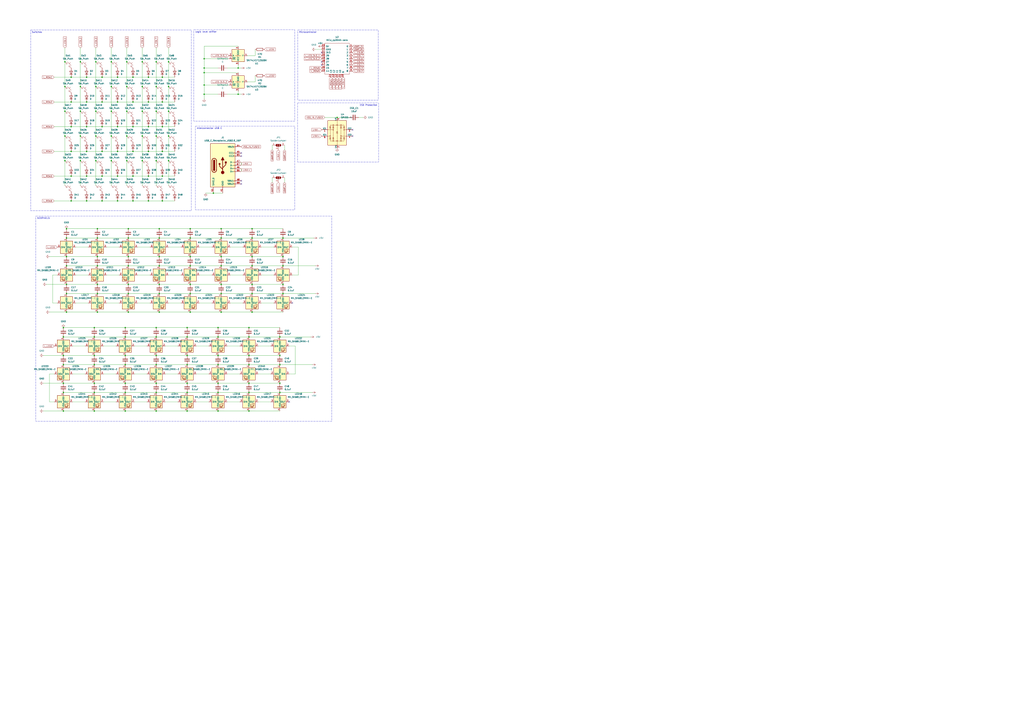
<source format=kicad_sch>
(kicad_sch (version 20250114) (generator "eeschema") (generator_version "9.0")
  (paper "A1")
  (title_block (title "SplitKeeb Left"))
  (text_box "ESD Protection" (at 244.348 84.582 0) (size 66.548 48.514) (margins 0.9525 0.9525 0.9525 0.9525) (stroke (width 0) (type dash)) (effects (font (size 1.27 1.27)) (justify right top)))
  (text_box "Microcontroller" (at 244.602 24.638 0) (size 66.04 57.658) (margins 0.9525 0.9525 0.9525 0.9525) (stroke (width 0) (type dash)) (effects (font (size 1.27 1.27)) (justify left top)))
  (text_box "NEOPIXELS\n" (at 29.464 177.546 0) (size 243.078 168.656) (margins 0.9525 0.9525 0.9525 0.9525) (stroke (width 0) (type dash)) (effects (font (size 1.27 1.27)) (justify left top)))
  (text_box "Logic level shifter" (at 159.258 24.384 0) (size 82.804 75.184) (margins 0.9525 0.9525 0.9525 0.9525) (stroke (width 0) (type dash)) (effects (font (size 1.27 1.27)) (justify left top)))
  (text_box "Switches" (at 25.146 24.638 0) (size 132.08 148.59) (margins 0.9525 0.9525 0.9525 0.9525) (stroke (width 0) (type dash)) (effects (font (size 1.27 1.27)) (justify left top)))
  (text_box "Interconnector USB C" (at 160.528 103.632 0) (size 81.534 68.834) (margins 0.9525 0.9525 0.9525 0.9525) (stroke (width 0) (type dash)) (effects (font (size 1.27 1.27)) (justify left top)))
  (junction (at 128.27 337.82))
  (junction (at 77.47 299.72))
  (junction (at 77.47 322.58))
  (junction (at 207.01 241.3))
  (junction (at 52.07 337.82))
  (junction (at 66.04 91.44))
  (junction (at 156.21 241.3))
  (junction (at 58.42 83.82))
  (junction (at 52.07 276.86))
  (junction (at 179.07 269.24))
  (junction (at 58.42 124.46))
  (junction (at 207.01 195.58))
  (junction (at 181.61 233.68))
  (junction (at 54.61 187.96))
  (junction (at 54.61 241.3))
  (junction (at 83.82 104.14))
  (junction (at 78.74 132.08))
  (junction (at 153.67 322.58))
  (junction (at 104.14 91.44))
  (junction (at 130.81 218.44))
  (junction (at 105.41 218.44))
  (junction (at 83.82 63.5))
  (junction (at 138.43 91.44))
  (junction (at 116.84 132.08))
  (junction (at 71.12 144.78))
  (junction (at 53.34 132.08))
  (junction (at 128.27 91.44))
  (junction (at 229.87 314.96))
  (junction (at 105.41 233.68))
  (junction (at 181.61 241.3))
  (junction (at 207.01 233.68))
  (junction (at 276.86 96.52))
  (junction (at 109.22 83.82))
  (junction (at 128.27 71.12))
  (junction (at 66.04 71.12))
  (junction (at 167.64 59.69))
  (junction (at 195.58 77.47))
  (junction (at 130.81 187.96))
  (junction (at 232.41 210.82))
  (junction (at 78.74 111.76))
  (junction (at 80.01 256.54))
  (junction (at 80.01 218.44))
  (junction (at 181.61 210.82))
  (junction (at 128.27 276.86))
  (junction (at 66.04 132.08))
  (junction (at 181.61 195.58))
  (junction (at 53.34 71.12))
  (junction (at 179.07 314.96))
  (junction (at 52.07 269.24))
  (junction (at 128.27 299.72))
  (junction (at 232.41 233.68))
  (junction (at 116.84 71.12))
  (junction (at 83.82 144.78))
  (junction (at 102.87 314.96))
  (junction (at 104.14 50.8))
  (junction (at 204.47 299.72))
  (junction (at 116.84 91.44))
  (junction (at 91.44 132.08))
  (junction (at 167.64 55.88))
  (junction (at 80.01 241.3))
  (junction (at 128.27 292.1))
  (junction (at 77.47 337.82))
  (junction (at 153.67 314.96))
  (junction (at 138.43 132.08))
  (junction (at 109.22 124.46))
  (junction (at 77.47 269.24))
  (junction (at 109.22 104.14))
  (junction (at 153.67 276.86))
  (junction (at 181.61 256.54))
  (junction (at 156.21 218.44))
  (junction (at 58.42 144.78))
  (junction (at 130.81 233.68))
  (junction (at 105.41 241.3))
  (junction (at 96.52 83.82))
  (junction (at 128.27 322.58))
  (junction (at 204.47 269.24))
  (junction (at 167.64 77.47))
  (junction (at 80.01 233.68))
  (junction (at 96.52 63.5))
  (junction (at 207.01 210.82))
  (junction (at 121.92 124.46))
  (junction (at 54.61 233.68))
  (junction (at 156.21 210.82))
  (junction (at 229.87 299.72))
  (junction (at 54.61 210.82))
  (junction (at 105.41 187.96))
  (junction (at 71.12 124.46))
  (junction (at 102.87 276.86))
  (junction (at 232.41 218.44))
  (junction (at 66.04 111.76))
  (junction (at 78.74 91.44))
  (junction (at 71.12 165.1))
  (junction (at 58.42 165.1))
  (junction (at 52.07 314.96))
  (junction (at 156.21 256.54))
  (junction (at 53.34 91.44))
  (junction (at 104.14 111.76))
  (junction (at 104.14 71.12))
  (junction (at 121.92 104.14))
  (junction (at 78.74 71.12))
  (junction (at 179.07 322.58))
  (junction (at 133.35 104.14))
  (junction (at 121.92 165.1))
  (junction (at 66.04 50.8))
  (junction (at 109.22 165.1))
  (junction (at 156.21 187.96))
  (junction (at 83.82 83.82))
  (junction (at 52.07 299.72))
  (junction (at 128.27 50.8))
  (junction (at 128.27 132.08))
  (junction (at 121.92 144.78))
  (junction (at 128.27 314.96))
  (junction (at 102.87 269.24))
  (junction (at 179.07 276.86))
  (junction (at 58.42 63.5))
  (junction (at 121.92 63.5))
  (junction (at 229.87 292.1))
  (junction (at 156.21 195.58))
  (junction (at 104.14 132.08))
  (junction (at 109.22 144.78))
  (junction (at 133.35 63.5))
  (junction (at 133.35 165.1))
  (junction (at 138.43 111.76))
  (junction (at 204.47 337.82))
  (junction (at 138.43 50.8))
  (junction (at 181.61 218.44))
  (junction (at 91.44 71.12))
  (junction (at 204.47 314.96))
  (junction (at 121.92 83.82))
  (junction (at 179.07 337.82))
  (junction (at 109.22 63.5))
  (junction (at 128.27 111.76))
  (junction (at 54.61 256.54))
  (junction (at 80.01 187.96))
  (junction (at 83.82 124.46))
  (junction (at 179.07 292.1))
  (junction (at 156.21 233.68))
  (junction (at 130.81 195.58))
  (junction (at 77.47 314.96))
  (junction (at 204.47 292.1))
  (junction (at 179.07 299.72))
  (junction (at 80.01 195.58))
  (junction (at 128.27 269.24))
  (junction (at 52.07 292.1))
  (junction (at 52.07 322.58))
  (junction (at 204.47 322.58))
  (junction (at 83.82 165.1))
  (junction (at 229.87 276.86))
  (junction (at 167.64 48.26))
  (junction (at 153.67 299.72))
  (junction (at 116.84 50.8))
  (junction (at 207.01 187.96))
  (junction (at 54.61 195.58))
  (junction (at 102.87 322.58))
  (junction (at 53.34 111.76))
  (junction (at 207.01 218.44))
  (junction (at 116.84 111.76))
  (junction (at 133.35 83.82))
  (junction (at 153.67 292.1))
  (junction (at 71.12 104.14))
  (junction (at 91.44 91.44))
  (junction (at 195.58 55.88))
  (junction (at 167.64 69.85))
  (junction (at 96.52 144.78))
  (junction (at 153.67 337.82))
  (junction (at 232.41 195.58))
  (junction (at 130.81 210.82))
  (junction (at 130.81 241.3))
  (junction (at 105.41 210.82))
  (junction (at 105.41 195.58))
  (junction (at 54.61 218.44))
  (junction (at 175.26 158.75))
  (junction (at 91.44 111.76))
  (junction (at 130.81 256.54))
  (junction (at 133.35 144.78))
  (junction (at 77.47 276.86))
  (junction (at 153.67 269.24))
  (junction (at 133.35 124.46))
  (junction (at 232.41 241.3))
  (junction (at 138.43 71.12))
  (junction (at 71.12 83.82))
  (junction (at 102.87 299.72))
  (junction (at 204.47 276.86))
  (junction (at 58.42 104.14))
  (junction (at 77.47 292.1))
  (junction (at 207.01 256.54))
  (junction (at 105.41 256.54))
  (junction (at 181.61 187.96))
  (junction (at 229.87 322.58))
  (junction (at 102.87 337.82))
  (junction (at 80.01 210.82))
  (junction (at 96.52 124.46))
  (junction (at 91.44 50.8))
  (junction (at 102.87 292.1))
  (junction (at 96.52 104.14))
  (junction (at 78.74 50.8))
  (junction (at 71.12 63.5))
  (junction (at 96.52 165.1))
  (junction (at 53.34 50.8))
  (no_connect (at 198.12 151.13))
  (no_connect (at 198.12 125.73))
  (no_connect (at 289.56 111.76))
  (no_connect (at 264.16 43.18))
  (no_connect (at 264.16 50.8))
  (no_connect (at 198.12 128.27))
  (no_connect (at 237.49 330.2))
  (no_connect (at 198.12 148.59))
  (no_connect (at 240.03 248.92))
  (no_connect (at 264.16 53.34))
  (no_connect (at 289.56 106.68))
  (wire (pts (xy 266.7 96.52) (xy 276.86 96.52)))
  (wire (pts (xy 232.41 241.3) (xy 259.08 241.3)))
  (wire (pts (xy 161.29 284.48) (xy 171.45 284.48)))
  (wire (pts (xy 198.12 133.35) (xy 198.12 135.89)))
  (wire (pts (xy 83.82 124.46) (xy 96.52 124.46)))
  (wire (pts (xy 138.43 91.44) (xy 138.43 111.76)))
  (wire (pts (xy 109.22 165.1) (xy 121.92 165.1)))
  (wire (pts (xy 109.22 83.82) (xy 121.92 83.82)))
  (wire (pts (xy 156.21 241.3) (xy 181.61 241.3)))
  (wire (pts (xy 105.41 195.58) (xy 130.81 195.58)))
  (wire (pts (xy 223.52 149.86) (xy 223.52 146.05)))
  (wire (pts (xy 54.61 195.58) (xy 80.01 195.58)))
  (wire (pts (xy 66.04 111.76) (xy 66.04 132.08)))
  (wire (pts (xy 138.43 248.92) (xy 148.59 248.92)))
  (wire (pts (xy 52.07 292.1) (xy 77.47 292.1)))
  (wire (pts (xy 80.01 256.54) (xy 105.41 256.54)))
  (wire (pts (xy 207.01 210.82) (xy 232.41 210.82)))
  (wire (pts (xy 179.07 269.24) (xy 204.47 269.24)))
  (wire (pts (xy 181.61 241.3) (xy 207.01 241.3)))
  (wire (pts (xy 121.92 83.82) (xy 133.35 83.82)))
  (wire (pts (xy 128.27 39.37) (xy 128.27 50.8)))
  (wire (pts (xy 195.58 53.34) (xy 195.58 55.88)))
  (wire (pts (xy 133.35 83.82) (xy 143.51 83.82)))
  (wire (pts (xy 179.07 292.1) (xy 204.47 292.1)))
  (wire (pts (xy 207.01 233.68) (xy 232.41 233.68)))
  (wire (pts (xy 163.83 248.92) (xy 173.99 248.92)))
  (wire (pts (xy 58.42 104.14) (xy 71.12 104.14)))
  (wire (pts (xy 59.69 284.48) (xy 69.85 284.48)))
  (wire (pts (xy 195.58 38.1) (xy 167.64 38.1)))
  (wire (pts (xy 179.07 77.47) (xy 167.64 77.47)))
  (wire (pts (xy 153.67 337.82) (xy 179.07 337.82)))
  (wire (pts (xy 66.04 71.12) (xy 66.04 91.44)))
  (wire (pts (xy 35.56 292.1) (xy 52.07 292.1)))
  (wire (pts (xy 80.01 241.3) (xy 105.41 241.3)))
  (wire (pts (xy 130.81 218.44) (xy 156.21 218.44)))
  (wire (pts (xy 52.07 314.96) (xy 77.47 314.96)))
  (wire (pts (xy 62.23 248.92) (xy 72.39 248.92)))
  (wire (pts (xy 83.82 104.14) (xy 96.52 104.14)))
  (wire (pts (xy 179.07 322.58) (xy 204.47 322.58)))
  (wire (pts (xy 52.07 337.82) (xy 35.56 337.82)))
  (wire (pts (xy 52.07 276.86) (xy 77.47 276.86)))
  (wire (pts (xy 130.81 233.68) (xy 156.21 233.68)))
  (wire (pts (xy 85.09 284.48) (xy 95.25 284.48)))
  (wire (pts (xy 77.47 337.82) (xy 102.87 337.82)))
  (wire (pts (xy 175.26 158.75) (xy 182.88 158.75)))
  (wire (pts (xy 138.43 111.76) (xy 138.43 132.08)))
  (wire (pts (xy 78.74 50.8) (xy 78.74 71.12)))
  (wire (pts (xy 77.47 292.1) (xy 102.87 292.1)))
  (wire (pts (xy 179.07 314.96) (xy 204.47 314.96)))
  (wire (pts (xy 153.67 322.58) (xy 179.07 322.58)))
  (wire (pts (xy 110.49 284.48) (xy 120.65 284.48)))
  (wire (pts (xy 167.64 38.1) (xy 167.64 48.26)))
  (wire (pts (xy 91.44 50.8) (xy 91.44 71.12)))
  (wire (pts (xy 189.23 226.06) (xy 199.39 226.06)))
  (wire (pts (xy 179.07 55.88) (xy 167.64 55.88)))
  (wire (pts (xy 87.63 248.92) (xy 97.79 248.92)))
  (wire (pts (xy 77.47 269.24) (xy 102.87 269.24)))
  (wire (pts (xy 128.27 322.58) (xy 153.67 322.58)))
  (wire (pts (xy 209.55 67.31) (xy 209.55 62.23)))
  (wire (pts (xy 43.18 226.06) (xy 46.99 226.06)))
  (wire (pts (xy 80.01 233.68) (xy 105.41 233.68)))
  (wire (pts (xy 181.61 218.44) (xy 207.01 218.44)))
  (wire (pts (xy 91.44 39.37) (xy 91.44 50.8)))
  (wire (pts (xy 54.61 241.3) (xy 80.01 241.3)))
  (wire (pts (xy 78.74 111.76) (xy 78.74 132.08)))
  (wire (pts (xy 128.27 71.12) (xy 128.27 91.44)))
  (wire (pts (xy 242.57 284.48) (xy 242.57 307.34)))
  (wire (pts (xy 128.27 132.08) (xy 128.27 152.4)))
  (wire (pts (xy 53.34 50.8) (xy 53.34 71.12)))
  (wire (pts (xy 116.84 111.76) (xy 116.84 132.08)))
  (wire (pts (xy 59.69 330.2) (xy 69.85 330.2)))
  (wire (pts (xy 102.87 292.1) (xy 128.27 292.1)))
  (wire (pts (xy 116.84 50.8) (xy 116.84 71.12)))
  (wire (pts (xy 232.41 218.44) (xy 259.08 218.44)))
  (wire (pts (xy 212.09 284.48) (xy 222.25 284.48)))
  (wire (pts (xy 116.84 132.08) (xy 116.84 152.4)))
  (wire (pts (xy 207.01 256.54) (xy 232.41 256.54)))
  (wire (pts (xy 161.29 330.2) (xy 171.45 330.2)))
  (wire (pts (xy 121.92 63.5) (xy 133.35 63.5)))
  (wire (pts (xy 105.41 218.44) (xy 130.81 218.44)))
  (wire (pts (xy 212.09 330.2) (xy 222.25 330.2)))
  (wire (pts (xy 233.68 123.19) (xy 233.68 119.38)))
  (wire (pts (xy 62.23 203.2) (xy 72.39 203.2)))
  (wire (pts (xy 212.09 307.34) (xy 222.25 307.34)))
  (wire (pts (xy 54.61 256.54) (xy 80.01 256.54)))
  (wire (pts (xy 189.23 203.2) (xy 199.39 203.2)))
  (wire (pts (xy 80.01 218.44) (xy 105.41 218.44)))
  (wire (pts (xy 203.2 45.72) (xy 209.55 45.72)))
  (wire (pts (xy 130.81 187.96) (xy 156.21 187.96)))
  (wire (pts (xy 153.67 276.86) (xy 179.07 276.86)))
  (wire (pts (xy 96.52 124.46) (xy 109.22 124.46)))
  (wire (pts (xy 104.14 39.37) (xy 104.14 50.8)))
  (wire (pts (xy 195.58 77.47) (xy 195.58 74.93)))
  (wire (pts (xy 121.92 104.14) (xy 133.35 104.14)))
  (wire (pts (xy 91.44 71.12) (xy 91.44 91.44)))
  (wire (pts (xy 110.49 330.2) (xy 120.65 330.2)))
  (wire (pts (xy 207.01 218.44) (xy 232.41 218.44)))
  (wire (pts (xy 138.43 39.37) (xy 138.43 50.8)))
  (wire (pts (xy 80.01 210.82) (xy 105.41 210.82)))
  (wire (pts (xy 104.14 50.8) (xy 104.14 71.12)))
  (wire (pts (xy 156.21 195.58) (xy 181.61 195.58)))
  (wire (pts (xy 116.84 91.44) (xy 116.84 111.76)))
  (wire (pts (xy 198.12 138.43) (xy 198.12 140.97)))
  (wire (pts (xy 167.64 59.69) (xy 167.64 69.85)))
  (wire (pts (xy 128.27 91.44) (xy 128.27 111.76)))
  (wire (pts (xy 40.64 307.34) (xy 40.64 330.2)))
  (wire (pts (xy 116.84 39.37) (xy 116.84 50.8)))
  (wire (pts (xy 78.74 71.12) (xy 78.74 91.44)))
  (wire (pts (xy 204.47 322.58) (xy 229.87 322.58)))
  (wire (pts (xy 156.21 218.44) (xy 181.61 218.44)))
  (wire (pts (xy 66.04 39.37) (xy 66.04 50.8)))
  (wire (pts (xy 229.87 322.58) (xy 256.54 322.58)))
  (wire (pts (xy 138.43 71.12) (xy 138.43 91.44)))
  (wire (pts (xy 133.35 144.78) (xy 143.51 144.78)))
  (wire (pts (xy 167.64 81.28) (xy 167.64 77.47)))
  (wire (pts (xy 54.61 218.44) (xy 80.01 218.44)))
  (wire (pts (xy 87.63 203.2) (xy 97.79 203.2)))
  (wire (pts (xy 96.52 104.14) (xy 109.22 104.14)))
  (wire (pts (xy 276.86 96.52) (xy 287.02 96.52)))
  (wire (pts (xy 138.43 226.06) (xy 148.59 226.06)))
  (wire (pts (xy 181.61 195.58) (xy 207.01 195.58)))
  (wire (pts (xy 181.61 187.96) (xy 207.01 187.96)))
  (wire (pts (xy 53.34 71.12) (xy 53.34 91.44)))
  (wire (pts (xy 54.61 233.68) (xy 80.01 233.68)))
  (wire (pts (xy 109.22 104.14) (xy 121.92 104.14)))
  (wire (pts (xy 181.61 210.82) (xy 207.01 210.82)))
  (wire (pts (xy 85.09 330.2) (xy 95.25 330.2)))
  (wire (pts (xy 179.07 276.86) (xy 204.47 276.86)))
  (wire (pts (xy 298.45 96.52) (xy 294.64 96.52)))
  (wire (pts (xy 102.87 299.72) (xy 128.27 299.72)))
  (wire (pts (xy 83.82 144.78) (xy 96.52 144.78)))
  (wire (pts (xy 40.64 210.82) (xy 54.61 210.82)))
  (wire (pts (xy 105.41 241.3) (xy 130.81 241.3)))
  (wire (pts (xy 71.12 63.5) (xy 83.82 63.5)))
  (wire (pts (xy 71.12 124.46) (xy 83.82 124.46)))
  (wire (pts (xy 204.47 299.72) (xy 229.87 299.72)))
  (wire (pts (xy 43.18 248.92) (xy 46.99 248.92)))
  (wire (pts (xy 130.81 241.3) (xy 156.21 241.3)))
  (wire (pts (xy 257.81 195.58) (xy 232.41 195.58)))
  (wire (pts (xy 71.12 104.14) (xy 83.82 104.14)))
  (wire (pts (xy 44.45 83.82) (xy 58.42 83.82)))
  (wire (pts (xy 179.07 299.72) (xy 204.47 299.72)))
  (wire (pts (xy 161.29 307.34) (xy 171.45 307.34)))
  (wire (pts (xy 153.67 269.24) (xy 179.07 269.24)))
  (wire (pts (xy 96.52 83.82) (xy 109.22 83.82)))
  (wire (pts (xy 71.12 165.1) (xy 83.82 165.1)))
  (wire (pts (xy 207.01 241.3) (xy 232.41 241.3)))
  (wire (pts (xy 58.42 165.1) (xy 71.12 165.1)))
  (wire (pts (xy 245.11 226.06) (xy 240.03 226.06)))
  (wire (pts (xy 138.43 132.08) (xy 138.43 152.4)))
  (wire (pts (xy 44.45 104.14) (xy 58.42 104.14)))
  (wire (pts (xy 80.01 187.96) (xy 105.41 187.96)))
  (wire (pts (xy 163.83 226.06) (xy 173.99 226.06)))
  (wire (pts (xy 58.42 124.46) (xy 71.12 124.46)))
  (wire (pts (xy 40.64 307.34) (xy 44.45 307.34)))
  (wire (pts (xy 44.45 63.5) (xy 58.42 63.5)))
  (wire (pts (xy 96.52 165.1) (xy 109.22 165.1)))
  (wire (pts (xy 77.47 314.96) (xy 102.87 314.96)))
  (wire (pts (xy 163.83 203.2) (xy 173.99 203.2)))
  (wire (pts (xy 53.34 91.44) (xy 53.34 111.76)))
  (wire (pts (xy 198.12 77.47) (xy 195.58 77.47)))
  (wire (pts (xy 167.64 59.69) (xy 195.58 59.69)))
  (wire (pts (xy 189.23 248.92) (xy 199.39 248.92)))
  (wire (pts (xy 179.07 337.82) (xy 204.47 337.82)))
  (wire (pts (xy 91.44 111.76) (xy 91.44 132.08)))
  (wire (pts (xy 204.47 337.82) (xy 229.87 337.82)))
  (wire (pts (xy 186.69 307.34) (xy 196.85 307.34)))
  (wire (pts (xy 156.21 256.54) (xy 181.61 256.54)))
  (wire (pts (xy 133.35 124.46) (xy 143.51 124.46)))
  (wire (pts (xy 113.03 248.92) (xy 123.19 248.92)))
  (wire (pts (xy 209.55 45.72) (xy 209.55 40.64)))
  (wire (pts (xy 203.2 67.31) (xy 209.55 67.31)))
  (wire (pts (xy 181.61 233.68) (xy 207.01 233.68)))
  (wire (pts (xy 87.63 226.06) (xy 97.79 226.06)))
  (wire (pts (xy 128.27 269.24) (xy 153.67 269.24)))
  (wire (pts (xy 204.47 292.1) (xy 229.87 292.1)))
  (wire (pts (xy 78.74 91.44) (xy 78.74 111.76)))
  (wire (pts (xy 204.47 276.86) (xy 229.87 276.86)))
  (wire (pts (xy 186.69 284.48) (xy 196.85 284.48)))
  (wire (pts (xy 245.11 203.2) (xy 240.03 203.2)))
  (wire (pts (xy 128.27 337.82) (xy 153.67 337.82)))
  (wire (pts (xy 44.45 144.78) (xy 58.42 144.78)))
  (wire (pts (xy 78.74 39.37) (xy 78.74 50.8)))
  (wire (pts (xy 40.64 330.2) (xy 44.45 330.2)))
  (wire (pts (xy 135.89 330.2) (xy 146.05 330.2)))
  (wire (pts (xy 52.07 269.24) (xy 77.47 269.24)))
  (wire (pts (xy 156.21 233.68) (xy 181.61 233.68)))
  (wire (pts (xy 130.81 195.58) (xy 156.21 195.58)))
  (wire (pts (xy 223.52 123.19) (xy 223.52 119.38)))
  (wire (pts (xy 242.57 307.34) (xy 237.49 307.34)))
  (wire (pts (xy 214.63 226.06) (xy 224.79 226.06)))
  (wire (pts (xy 66.04 91.44) (xy 66.04 111.76)))
  (wire (pts (xy 153.67 314.96) (xy 179.07 314.96)))
  (wire (pts (xy 109.22 144.78) (xy 121.92 144.78)))
  (wire (pts (xy 66.04 50.8) (xy 66.04 71.12)))
  (wire (pts (xy 133.35 104.14) (xy 143.51 104.14)))
  (wire (pts (xy 121.92 144.78) (xy 133.35 144.78)))
  (wire (pts (xy 167.64 48.26) (xy 187.96 48.26)))
  (wire (pts (xy 130.81 210.82) (xy 156.21 210.82)))
  (wire (pts (xy 121.92 124.46) (xy 133.35 124.46)))
  (wire (pts (xy 153.67 299.72) (xy 179.07 299.72)))
  (wire (pts (xy 71.12 83.82) (xy 83.82 83.82)))
  (wire (pts (xy 54.61 210.82) (xy 80.01 210.82)))
  (wire (pts (xy 77.47 299.72) (xy 102.87 299.72)))
  (wire (pts (xy 105.41 187.96) (xy 130.81 187.96)))
  (wire (pts (xy 38.1 233.68) (xy 54.61 233.68)))
  (wire (pts (xy 78.74 132.08) (xy 78.74 152.4)))
  (wire (pts (xy 207.01 195.58) (xy 232.41 195.58)))
  (wire (pts (xy 54.61 187.96) (xy 80.01 187.96)))
  (wire (pts (xy 91.44 91.44) (xy 91.44 111.76)))
  (wire (pts (xy 91.44 132.08) (xy 91.44 152.4)))
  (wire (pts (xy 53.34 132.08) (xy 53.34 152.4)))
  (wire (pts (xy 71.12 144.78) (xy 83.82 144.78)))
  (wire (pts (xy 43.18 226.06) (xy 43.18 248.92)))
  (wire (pts (xy 259.08 40.64) (xy 264.16 40.64)))
  (wire (pts (xy 138.43 203.2) (xy 148.59 203.2)))
  (wire (pts (xy 58.42 83.82) (xy 71.12 83.82)))
  (wire (pts (xy 128.27 50.8) (xy 128.27 71.12)))
  (wire (pts (xy 130.81 256.54) (xy 156.21 256.54)))
  (wire (pts (xy 245.11 203.2) (xy 245.11 226.06)))
  (wire (pts (xy 229.87 299.72) (xy 256.54 299.72)))
  (wire (pts (xy 186.69 330.2) (xy 196.85 330.2)))
  (wire (pts (xy 128.27 299.72) (xy 153.67 299.72)))
  (wire (pts (xy 167.64 69.85) (xy 187.96 69.85)))
  (wire (pts (xy 105.41 233.68) (xy 130.81 233.68)))
  (wire (pts (xy 105.41 210.82) (xy 130.81 210.82)))
  (wire (pts (xy 110.49 307.34) (xy 120.65 307.34)))
  (wire (pts (xy 104.14 91.44) (xy 104.14 111.76)))
  (wire (pts (xy 83.82 83.82) (xy 96.52 83.82)))
  (wire (pts (xy 167.64 48.26) (xy 167.64 55.88)))
  (wire (pts (xy 102.87 314.96) (xy 128.27 314.96)))
  (wire (pts (xy 204.47 314.96) (xy 229.87 314.96)))
  (wire (pts (xy 204.47 269.24) (xy 229.87 269.24)))
  (wire (pts (xy 44.45 124.46) (xy 58.42 124.46)))
  (wire (pts (xy 138.43 50.8) (xy 138.43 71.12)))
  (wire (pts (xy 113.03 203.2) (xy 123.19 203.2)))
  (wire (pts (xy 83.82 165.1) (xy 96.52 165.1)))
  (wire (pts (xy 128.27 276.86) (xy 153.67 276.86)))
  (wire (pts (xy 102.87 276.86) (xy 128.27 276.86)))
  (wire (pts (xy 153.67 292.1) (xy 179.07 292.1)))
  (wire (pts (xy 156.21 187.96) (xy 181.61 187.96)))
  (wire (pts (xy 135.89 307.34) (xy 146.05 307.34)))
  (wire (pts (xy 102.87 269.24) (xy 128.27 269.24)))
  (wire (pts (xy 104.14 132.08) (xy 104.14 152.4)))
  (wire (pts (xy 52.07 337.82) (xy 77.47 337.82)))
  (wire (pts (xy 52.07 314.96) (xy 35.56 314.96)))
  (wire (pts (xy 113.03 226.06) (xy 123.19 226.06)))
  (wire (pts (xy 44.45 165.1) (xy 58.42 165.1)))
  (wire (pts (xy 167.64 55.88) (xy 167.64 59.69)))
  (wire (pts (xy 52.07 322.58) (xy 77.47 322.58)))
  (wire (pts (xy 104.14 71.12) (xy 104.14 91.44)))
  (wire (pts (xy 242.57 284.48) (xy 237.49 284.48)))
  (wire (pts (xy 128.27 292.1) (xy 153.67 292.1)))
  (wire (pts (xy 186.69 77.47) (xy 195.58 77.47)))
  (wire (pts (xy 109.22 124.46) (xy 121.92 124.46)))
  (wire (pts (xy 66.04 132.08) (xy 66.04 152.4)))
  (wire (pts (xy 58.42 144.78) (xy 71.12 144.78)))
  (wire (pts (xy 156.21 210.82) (xy 181.61 210.82)))
  (wire (pts (xy 233.68 149.86) (xy 233.68 146.05)))
  (wire (pts (xy 181.61 256.54) (xy 207.01 256.54)))
  (wire (pts (xy 77.47 322.58) (xy 102.87 322.58)))
  (wire (pts (xy 135.89 284.48) (xy 146.05 284.48)))
  (wire (pts (xy 80.01 195.58) (xy 105.41 195.58)))
  (wire (pts (xy 102.87 322.58) (xy 128.27 322.58)))
  (wire (pts (xy 214.63 203.2) (xy 224.79 203.2)))
  (wire (pts (xy 77.47 276.86) (xy 102.87 276.86)))
  (wire (pts (xy 121.92 165.1) (xy 133.35 165.1)))
  (wire (pts (xy 198.12 55.88) (xy 195.58 55.88)))
  (wire (pts (xy 186.69 55.88) (xy 195.58 55.88)))
  (wire (pts (xy 85.09 307.34) (xy 95.25 307.34)))
  (wire (pts (xy 214.63 248.92) (xy 224.79 248.92)))
  (wire (pts (xy 58.42 63.5) (xy 71.12 63.5)))
  (wire (pts (xy 96.52 144.78) (xy 109.22 144.78)))
  (wire (pts (xy 53.34 39.37) (xy 53.34 50.8)))
  (wire (pts (xy 59.69 307.34) (xy 69.85 307.34)))
  (wire (pts (xy 83.82 63.5) (xy 96.52 63.5)))
  (wire (pts (xy 168.91 158.75) (xy 175.26 158.75)))
  (wire (pts (xy 255.27 276.86) (xy 229.87 276.86)))
  (wire (pts (xy 167.64 77.47) (xy 167.64 69.85)))
  (wire (pts (xy 62.23 226.06) (xy 72.39 226.06)))
  (wire (pts (xy 40.64 256.54) (xy 54.61 256.54)))
  (wire (pts (xy 53.34 111.76) (xy 53.34 132.08)))
  (wire (pts (xy 52.07 299.72) (xy 77.47 299.72)))
  (wire (pts (xy 128.27 314.96) (xy 153.67 314.96)))
  (wire (pts (xy 109.22 63.5) (xy 121.92 63.5)))
  (wire (pts (xy 102.87 337.82) (xy 128.27 337.82)))
  (wire (pts (xy 133.35 63.5) (xy 143.51 63.5)))
  (wire (pts (xy 116.84 71.12) (xy 116.84 91.44)))
  (wire (pts (xy 96.52 63.5) (xy 109.22 63.5)))
  (wire (pts (xy 128.27 111.76) (xy 128.27 132.08)))
  (wire (pts (xy 207.01 187.96) (xy 232.41 187.96)))
  (wire (pts (xy 104.14 111.76) (xy 104.14 132.08)))
  (wire (pts (xy 133.35 165.1) (xy 143.51 165.1)))
  (wire (pts (xy 105.41 256.54) (xy 130.81 256.54)))
  (global_label "LINK-" (shape input) (at 264.16 106.68 180) (property "Intersheetrefs" "${INTERSHEET_REFS}" (effects (hide yes))))
  (global_label "L_ROW4" (shape input) (at 271.78 63.5 270) (property "Intersheetrefs" "${INTERSHEET_REFS}" (effects (hide yes))))
  (global_label "L_ROW6" (shape input) (at 264.16 55.88 180) (property "Intersheetrefs" "${INTERSHEET_REFS}" (effects (hide yes))))
  (global_label "L_ROW1" (shape input) (at 44.45 63.5 180) (property "Intersheetrefs" "${INTERSHEET_REFS}" (effects (hide yes))))
  (global_label "L_LED1" (shape input) (at 46.99 203.2 180) (property "Intersheetrefs" "${INTERSHEET_REFS}" (effects (hide yes))))
  (global_label "L_COL5" (shape input) (at 104.14 39.37 90) (property "Intersheetrefs" "${INTERSHEET_REFS}" (effects (hide yes))))
  (global_label "L_COL8" (shape input) (at 289.56 43.18 0) (property "Intersheetrefs" "${INTERSHEET_REFS}" (effects (hide yes))))
  (global_label "L_ROW6" (shape input) (at 44.45 165.1 180) (property "Intersheetrefs" "${INTERSHEET_REFS}" (effects (hide yes))))
  (global_label "VSS_IN_FUSED" (shape input) (at 198.12 120.65 0) (property "Intersheetrefs" "${INTERSHEET_REFS}" (effects (hide yes))))
  (global_label "L_COL2" (shape input) (at 66.04 39.37 90) (property "Intersheetrefs" "${INTERSHEET_REFS}" (effects (hide yes))))
  (global_label "USART_TX" (shape input) (at 233.68 149.86 270) (effects (font (size 0.9906 0.9906))) (property "Intersheetrefs" "${INTERSHEET_REFS}" (effects (hide yes))))
  (global_label "L_ROW2" (shape input) (at 276.86 63.5 270) (property "Intersheetrefs" "${INTERSHEET_REFS}" (effects (hide yes))))
  (global_label "L_COL7" (shape input) (at 128.27 39.37 90) (property "Intersheetrefs" "${INTERSHEET_REFS}" (effects (hide yes))))
  (global_label "L_ROW5" (shape input) (at 264.16 58.42 180) (property "Intersheetrefs" "${INTERSHEET_REFS}" (effects (hide yes))))
  (global_label "L_LED_3v3_1" (shape input) (at 264.16 45.72 180) (property "Intersheetrefs" "${INTERSHEET_REFS}" (effects (hide yes))))
  (global_label "L_COL4" (shape input) (at 289.56 53.34 0) (property "Intersheetrefs" "${INTERSHEET_REFS}" (effects (hide yes))))
  (global_label "L_LED_3v3_2" (shape input) (at 187.96 67.31 180) (property "Intersheetrefs" "${INTERSHEET_REFS}" (effects (hide yes))))
  (global_label "L_COL4" (shape input) (at 91.44 39.37 90) (property "Intersheetrefs" "${INTERSHEET_REFS}" (effects (hide yes))))
  (global_label "LINK+" (shape input) (at 198.12 139.7 0) (property "Intersheetrefs" "${INTERSHEET_REFS}" (effects (hide yes))))
  (global_label "L_COL1" (shape input) (at 281.94 63.5 270) (property "Intersheetrefs" "${INTERSHEET_REFS}" (effects (hide yes))))
  (global_label "L_LED_3v3_2" (shape input) (at 264.16 48.26 180) (property "Intersheetrefs" "${INTERSHEET_REFS}" (effects (hide yes))))
  (global_label "L_COL5" (shape input) (at 289.56 50.8 0) (property "Intersheetrefs" "${INTERSHEET_REFS}" (effects (hide yes))))
  (global_label "USART_RX" (shape input) (at 223.52 149.86 270) (effects (font (size 0.9906 0.9906))) (property "Intersheetrefs" "${INTERSHEET_REFS}" (effects (hide yes))))
  (global_label "L_LED2" (shape input) (at 44.45 284.48 180) (property "Intersheetrefs" "${INTERSHEET_REFS}" (effects (hide yes))))
  (global_label "L_COL8" (shape input) (at 138.43 39.37 90) (property "Intersheetrefs" "${INTERSHEET_REFS}" (effects (hide yes))))
  (global_label "USART_RX" (shape input) (at 223.52 123.19 270) (effects (font (size 0.9906 0.9906))) (property "Intersheetrefs" "${INTERSHEET_REFS}" (effects (hide yes))))
  (global_label "LINK-" (shape input) (at 228.6 149.86 270) (property "Intersheetrefs" "${INTERSHEET_REFS}" (effects (hide yes))))
  (global_label "USART_TX" (shape input) (at 233.68 123.19 270) (effects (font (size 0.9906 0.9906))) (property "Intersheetrefs" "${INTERSHEET_REFS}" (effects (hide yes))))
  (global_label "L_COL6" (shape input) (at 289.56 48.26 0) (property "Intersheetrefs" "${INTERSHEET_REFS}" (effects (hide yes))))
  (global_label "L_LED1" (shape input) (at 217.17 40.64 0) (property "Intersheetrefs" "${INTERSHEET_REFS}" (effects (hide yes))))
  (global_label "L_LED_3v3_1" (shape input) (at 187.96 45.72 180) (property "Intersheetrefs" "${INTERSHEET_REFS}" (effects (hide yes))))
  (global_label "L_ROW3" (shape input) (at 274.32 63.5 270) (property "Intersheetrefs" "${INTERSHEET_REFS}" (effects (hide yes))))
  (global_label "L_LED2" (shape input) (at 217.17 62.23 0) (property "Intersheetrefs" "${INTERSHEET_REFS}" (effects (hide yes))))
  (global_label "LINK-" (shape input) (at 198.12 134.62 0) (property "Intersheetrefs" "${INTERSHEET_REFS}" (effects (hide yes))))
  (global_label "LINK+" (shape input) (at 228.6 123.19 270) (property "Intersheetrefs" "${INTERSHEET_REFS}" (effects (hide yes))))
  (global_label "L_ROW5" (shape input) (at 44.45 144.78 180) (property "Intersheetrefs" "${INTERSHEET_REFS}" (effects (hide yes))))
  (global_label "L_ROW1" (shape input) (at 279.4 63.5 270) (property "Intersheetrefs" "${INTERSHEET_REFS}" (effects (hide yes))))
  (global_label "L_ROW4" (shape input) (at 44.45 124.46 180) (property "Intersheetrefs" "${INTERSHEET_REFS}" (effects (hide yes))))
  (global_label "LINK+" (shape input) (at 264.16 111.76 180) (property "Intersheetrefs" "${INTERSHEET_REFS}" (effects (hide yes))))
  (global_label "L_COL1" (shape input) (at 53.34 39.37 90) (property "Intersheetrefs" "${INTERSHEET_REFS}" (effects (hide yes))))
  (global_label "L_COL2" (shape input) (at 289.56 58.42 0) (property "Intersheetrefs" "${INTERSHEET_REFS}" (effects (hide yes))))
  (global_label "L_COL3" (shape input) (at 78.74 39.37 90) (property "Intersheetrefs" "${INTERSHEET_REFS}" (effects (hide yes))))
  (global_label "L_COL3" (shape input) (at 289.56 55.88 0) (property "Intersheetrefs" "${INTERSHEET_REFS}" (effects (hide yes))))
  (global_label "USART_TX" (shape input) (at 289.56 38.1 0) (effects (font (size 0.9906 0.9906))) (property "Intersheetrefs" "${INTERSHEET_REFS}" (effects (hide yes))))
  (global_label "USART_RX" (shape input) (at 289.56 40.64 0) (effects (font (size 0.9906 0.9906))) (property "Intersheetrefs" "${INTERSHEET_REFS}" (effects (hide yes))))
  (global_label "L_COL6" (shape input) (at 116.84 39.37 90) (property "Intersheetrefs" "${INTERSHEET_REFS}" (effects (hide yes))))
  (global_label "VSS_IN_FUSED" (shape input) (at 266.7 96.52 180) (property "Intersheetrefs" "${INTERSHEET_REFS}" (effects (hide yes))))
  (global_label "L_ROW3" (shape input) (at 44.45 104.14 180) (property "Intersheetrefs" "${INTERSHEET_REFS}" (effects (hide yes))))
  (global_label "L_ROW2" (shape input) (at 44.45 83.82 180) (property "Intersheetrefs" "${INTERSHEET_REFS}" (effects (hide yes))))
  (global_label "L_COL7" (shape input) (at 289.56 45.72 0) (property "Intersheetrefs" "${INTERSHEET_REFS}" (effects (hide yes))))
  (symbol (lib_id "Switch:SW_Push_45deg") (at 130.81 93.98 0) (unit 1)
    (property "Reference" "SW23" (at 130.81 86.36 0))
    (property "Value" "SW_Push" (at 130.81 88.9 0))
    (property "Footprint" "PCM_marbastlib-mx:SW_MX_HS_CPG151101S11_1u" (effects (hide yes)))
    (property "Description" "Push button switch, normally open, two pins, 45° tilted" (effects (hide yes)))
  )
  (symbol (lib_id "power:+5V") (at 259.08 241.3 270) (unit 1)
    (property "Reference" "#PWR014" (effects (hide yes)))
    (property "Value" "+5V" (at 260.35 243.84 90))
    (property "Description" "Power symbol creates a global label with name \"+5V\"" (effects (hide yes)))
  )
  (symbol (lib_id "PCM_marbastlib-mx:MX_SK6812MINI-E") (at 179.07 330.2 0) (unit 1)
    (property "Reference" "LED46" (at 194.31 323.7798 0))
    (property "Value" "MX_SK6812MINI-E" (at 194.31 326.3198 0))
    (property "Footprint" "PCM_marbastlib-mx:LED_MX_6028R-ROT" (effects (hide yes)))
    (property "Description" "Reverse mount adressable LED (WS2812 protocol)" (effects (hide yes)))
  )
  (symbol (lib_id "Device:D") (at 133.35 161.29 90) (unit 1)
    (property "Reference" "D47" (at 135.89 160.0199 90) (effects (justify right)))
    (property "Value" "D" (at 135.89 162.5599 90) (effects (justify right)))
    (property "Footprint" "Diode_SMD:D_SOD-123" (effects (hide yes)))
    (property "Description" "Diode" (effects (hide yes)))
    (property "Sim.Device" "D" (effects (hide yes)))
    (property "Sim.Pins" "1=K 2=A" (effects (hide yes)))
  )
  (symbol (lib_id "Switch:SW_Push_45deg") (at 68.58 154.94 0) (unit 1)
    (property "Reference" "SW42" (at 68.58 147.32 0))
    (property "Value" "SW_Push" (at 68.58 149.86 0))
    (property "Footprint" "PCM_marbastlib-mx:SW_MX_HS_CPG151101S11_1.25u" (effects (hide yes)))
    (property "Description" "Push button switch, normally open, two pins, 45° tilted" (effects (hide yes)))
  )
  (symbol (lib_id "Device:C") (at 52.07 273.05 0) (unit 1)
    (property "Reference" "C25" (at 55.88 271.7799 0) (effects (justify left)))
    (property "Value" "0.1uF" (at 55.88 274.3199 0) (effects (justify left)))
    (property "Footprint" "Capacitor_SMD:C_0603_1608Metric_Pad1.08x0.95mm_HandSolder" (effects (hide yes)))
    (property "Description" "Unpolarized capacitor" (effects (hide yes)))
  )
  (symbol (lib_id "Device:C") (at 229.87 273.05 0) (unit 1)
    (property "Reference" "C32" (at 233.68 271.7799 0) (effects (justify left)))
    (property "Value" "0.1uF" (at 233.68 274.3199 0) (effects (justify left)))
    (property "Footprint" "Capacitor_SMD:C_0603_1608Metric_Pad1.08x0.95mm_HandSolder" (effects (hide yes)))
    (property "Description" "Unpolarized capacitor" (effects (hide yes)))
  )
  (symbol (lib_id "PCM_marbastlib-mx:MX_SK6812MINI-E") (at 153.67 284.48 0) (unit 1)
    (property "Reference" "LED29" (at 168.91 278.0598 0))
    (property "Value" "MX_SK6812MINI-E" (at 168.91 280.5998 0))
    (property "Footprint" "PCM_marbastlib-mx:LED_MX_6028R-ROT" (effects (hide yes)))
    (property "Description" "Reverse mount adressable LED (WS2812 protocol)" (effects (hide yes)))
  )
  (symbol (lib_id "Device:C") (at 105.41 214.63 0) (unit 1)
    (property "Reference" "C11" (at 109.22 213.3599 0) (effects (justify left)))
    (property "Value" "0.1uF" (at 109.22 215.8999 0) (effects (justify left)))
    (property "Footprint" "Capacitor_SMD:C_0603_1608Metric_Pad1.08x0.95mm_HandSolder" (effects (hide yes)))
    (property "Description" "Unpolarized capacitor" (effects (hide yes)))
  )
  (symbol (lib_id "Switch:SW_Push_45deg") (at 81.28 114.3 0) (unit 1)
    (property "Reference" "SW27" (at 81.28 106.68 0))
    (property "Value" "SW_Push" (at 81.28 109.22 0))
    (property "Footprint" "PCM_marbastlib-mx:SW_MX_HS_CPG151101S11_1u" (effects (hide yes)))
    (property "Description" "Push button switch, normally open, two pins, 45° tilted" (effects (hide yes)))
  )
  (symbol (lib_id "Device:C") (at 54.61 237.49 0) (unit 1)
    (property "Reference" "C17" (at 58.42 236.2199 0) (effects (justify left)))
    (property "Value" "0.1uF" (at 58.42 238.7599 0) (effects (justify left)))
    (property "Footprint" "Capacitor_SMD:C_0603_1608Metric_Pad1.08x0.95mm_HandSolder" (effects (hide yes)))
    (property "Description" "Unpolarized capacitor" (effects (hide yes)))
  )
  (symbol (lib_id "PCM_marbastlib-mx:MX_SK6812MINI-E") (at 128.27 330.2 0) (unit 1)
    (property "Reference" "LED44" (at 143.51 323.7798 0))
    (property "Value" "MX_SK6812MINI-E" (at 143.51 326.3198 0))
    (property "Footprint" "PCM_marbastlib-mx:LED_MX_6028R-ROT" (effects (hide yes)))
    (property "Description" "Reverse mount adressable LED (WS2812 protocol)" (effects (hide yes)))
  )
  (symbol (lib_id "Switch:SW_Push_45deg") (at 68.58 73.66 0) (unit 1)
    (property "Reference" "SW10" (at 68.58 66.04 0))
    (property "Value" "SW_Push" (at 68.58 68.58 0))
    (property "Footprint" "PCM_marbastlib-mx:SW_MX_HS_CPG151101S11_1u" (effects (hide yes)))
    (property "Description" "Push button switch, normally open, two pins, 45° tilted" (effects (hide yes)))
  )
  (symbol (lib_id "power:+5V") (at 264.16 38.1 90) (unit 1)
    (property "Reference" "#PWR01" (effects (hide yes)))
    (property "Value" "+5V" (at 262.89 35.56 90))
    (property "Description" "Power symbol creates a global label with name \"+5V\"" (effects (hide yes)))
  )
  (symbol (lib_id "power:GND") (at 38.1 233.68 270) (unit 1)
    (property "Reference" "#PWR012" (effects (hide yes)))
    (property "Value" "GND" (at 36.83 229.87 90))
    (property "Description" "Power symbol creates a global label with name \"GND\" , ground" (effects (hide yes)))
  )
  (symbol (lib_id "PCM_marbastlib-mx:MX_SK6812MINI-E") (at 130.81 203.2 0) (unit 1)
    (property "Reference" "LED4" (at 146.05 196.7798 0))
    (property "Value" "MX_SK6812MINI-E" (at 146.05 199.3198 0))
    (property "Footprint" "PCM_marbastlib-mx:LED_MX_6028R-ROT" (effects (hide yes)))
    (property "Description" "Reverse mount adressable LED (WS2812 protocol)" (effects (hide yes)))
  )
  (symbol (lib_id "Device:D") (at 71.12 120.65 90) (unit 1)
    (property "Reference" "D26" (at 73.66 119.3799 90) (effects (justify right)))
    (property "Value" "D" (at 73.66 121.9199 90) (effects (justify right)))
    (property "Footprint" "Diode_SMD:D_SOD-123" (effects (hide yes)))
    (property "Description" "Diode" (effects (hide yes)))
    (property "Sim.Device" "D" (effects (hide yes)))
    (property "Sim.Pins" "1=K 2=A" (effects (hide yes)))
  )
  (symbol (lib_id "Device:C") (at 130.81 214.63 0) (unit 1)
    (property "Reference" "C12" (at 134.62 213.3599 0) (effects (justify left)))
    (property "Value" "0.1uF" (at 134.62 215.8999 0) (effects (justify left)))
    (property "Footprint" "Capacitor_SMD:C_0603_1608Metric_Pad1.08x0.95mm_HandSolder" (effects (hide yes)))
    (property "Description" "Unpolarized capacitor" (effects (hide yes)))
  )
  (symbol (lib_id "PCM_marbastlib-mx:MX_SK6812MINI-E") (at 153.67 330.2 0) (unit 1)
    (property "Reference" "LED45" (at 168.91 323.7798 0))
    (property "Value" "MX_SK6812MINI-E" (at 168.91 326.3198 0))
    (property "Footprint" "PCM_marbastlib-mx:LED_MX_6028R-ROT" (effects (hide yes)))
    (property "Description" "Reverse mount adressable LED (WS2812 protocol)" (effects (hide yes)))
  )
  (symbol (lib_id "PCM_marbastlib-mx:MX_SK6812MINI-E") (at 156.21 203.2 0) (unit 1)
    (property "Reference" "LED5" (at 171.45 196.7798 0))
    (property "Value" "MX_SK6812MINI-E" (at 171.45 199.3198 0))
    (property "Footprint" "PCM_marbastlib-mx:LED_MX_6028R-ROT" (effects (hide yes)))
    (property "Description" "Reverse mount adressable LED (WS2812 protocol)" (effects (hide yes)))
  )
  (symbol (lib_id "Device:D") (at 109.22 161.29 90) (unit 1)
    (property "Reference" "D45" (at 111.76 160.0199 90) (effects (justify right)))
    (property "Value" "D" (at 111.76 162.5599 90) (effects (justify right)))
    (property "Footprint" "Diode_SMD:D_SOD-123" (effects (hide yes)))
    (property "Description" "Diode" (effects (hide yes)))
    (property "Sim.Device" "D" (effects (hide yes)))
    (property "Sim.Pins" "1=K 2=A" (effects (hide yes)))
  )
  (symbol (lib_id "PCM_marbastlib-mx:MX_SK6812MINI-E") (at 179.07 307.34 0) (mirror y) (unit 1)
    (property "Reference" "LED38" (at 163.83 300.9198 0))
    (property "Value" "MX_SK6812MINI-E" (at 163.83 303.4598 0))
    (property "Footprint" "PCM_marbastlib-mx:LED_MX_6028R-ROT" (effects (hide yes)))
    (property "Description" "Reverse mount adressable LED (WS2812 protocol)" (effects (hide yes)))
  )
  (symbol (lib_id "Switch:SW_Push_45deg") (at 81.28 93.98 0) (unit 1)
    (property "Reference" "SW19" (at 81.28 86.36 0))
    (property "Value" "SW_Push" (at 81.28 88.9 0))
    (property "Footprint" "PCM_marbastlib-mx:SW_MX_HS_CPG151101S11_1u" (effects (hide yes)))
    (property "Description" "Push button switch, normally open, two pins, 45° tilted" (effects (hide yes)))
  )
  (symbol (lib_id "PCM_marbastlib-mx:MX_SK6812MINI-E") (at 232.41 226.06 0) (mirror y) (unit 1)
    (property "Reference" "LED16" (at 217.17 219.6398 0))
    (property "Value" "MX_SK6812MINI-E" (at 217.17 222.1798 0))
    (property "Footprint" "PCM_marbastlib-mx:LED_MX_6028R-ROT" (effects (hide yes)))
    (property "Description" "Reverse mount adressable LED (WS2812 protocol)" (effects (hide yes)))
  )
  (symbol (lib_id "Device:C") (at 229.87 318.77 0) (unit 1)
    (property "Reference" "C48" (at 233.68 317.4999 0) (effects (justify left)))
    (property "Value" "0.1uF" (at 233.68 320.0399 0) (effects (justify left)))
    (property "Footprint" "Capacitor_SMD:C_0603_1608Metric_Pad1.08x0.95mm_HandSolder" (effects (hide yes)))
    (property "Description" "Unpolarized capacitor" (effects (hide yes)))
  )
  (symbol (lib_id "PCM_marbastlib-mx:MX_SK6812MINI-E") (at 105.41 248.92 0) (unit 1)
    (property "Reference" "LED19" (at 120.65 242.4998 0))
    (property "Value" "MX_SK6812MINI-E" (at 120.65 245.0398 0))
    (property "Footprint" "PCM_marbastlib-mx:LED_MX_6028R-ROT" (effects (hide yes)))
    (property "Description" "Reverse mount adressable LED (WS2812 protocol)" (effects (hide yes)))
  )
  (symbol (lib_id "PCM_marbastlib-mx:MX_SK6812MINI-E") (at 54.61 248.92 0) (unit 1)
    (property "Reference" "LED17" (at 69.85 242.4998 0))
    (property "Value" "MX_SK6812MINI-E" (at 69.85 245.0398 0))
    (property "Footprint" "PCM_marbastlib-mx:LED_MX_6028R-ROT" (effects (hide yes)))
    (property "Description" "Reverse mount adressable LED (WS2812 protocol)" (effects (hide yes)))
  )
  (symbol (lib_id "Device:C") (at 204.47 295.91 0) (unit 1)
    (property "Reference" "C39" (at 208.28 294.6399 0) (effects (justify left)))
    (property "Value" "0.1uF" (at 208.28 297.1799 0) (effects (justify left)))
    (property "Footprint" "Capacitor_SMD:C_0603_1608Metric_Pad1.08x0.95mm_HandSolder" (effects (hide yes)))
    (property "Description" "Unpolarized capacitor" (effects (hide yes)))
  )
  (symbol (lib_id "Device:D") (at 121.92 80.01 90) (unit 1)
    (property "Reference" "D14" (at 124.46 78.7399 90) (effects (justify right)))
    (property "Value" "D" (at 124.46 81.2799 90) (effects (justify right)))
    (property "Footprint" "Diode_SMD:D_SOD-123" (effects (hide yes)))
    (property "Description" "Diode" (effects (hide yes)))
    (property "Sim.Device" "D" (effects (hide yes)))
    (property "Sim.Pins" "1=K 2=A" (effects (hide yes)))
  )
  (symbol (lib_id "Device:C") (at 207.01 237.49 0) (unit 1)
    (property "Reference" "C23" (at 210.82 236.2199 0) (effects (justify left)))
    (property "Value" "0.1uF" (at 210.82 238.7599 0) (effects (justify left)))
    (property "Footprint" "Capacitor_SMD:C_0603_1608Metric_Pad1.08x0.95mm_HandSolder" (effects (hide yes)))
    (property "Description" "Unpolarized capacitor" (effects (hide yes)))
  )
  (symbol (lib_id "Device:C") (at 156.21 214.63 0) (unit 1)
    (property "Reference" "C13" (at 160.02 213.3599 0) (effects (justify left)))
    (property "Value" "0.1uF" (at 160.02 215.8999 0) (effects (justify left)))
    (property "Footprint" "Capacitor_SMD:C_0603_1608Metric_Pad1.08x0.95mm_HandSolder" (effects (hide yes)))
    (property "Description" "Unpolarized capacitor" (effects (hide yes)))
  )
  (symbol (lib_id "PCM_marbastlib-mx:MX_SK6812MINI-E") (at 80.01 203.2 0) (unit 1)
    (property "Reference" "LED2" (at 95.25 196.7798 0))
    (property "Value" "MX_SK6812MINI-E" (at 95.25 199.3198 0))
    (property "Footprint" "PCM_marbastlib-mx:LED_MX_6028R-ROT" (effects (hide yes)))
    (property "Description" "Reverse mount adressable LED (WS2812 protocol)" (effects (hide yes)))
  )
  (symbol (lib_id "Switch:SW_Push_45deg") (at 55.88 134.62 0) (unit 1)
    (property "Reference" "SW33" (at 55.88 127 0))
    (property "Value" "SW_Push" (at 55.88 129.54 0))
    (property "Footprint" "PCM_marbastlib-mx:SW_MX_HS_CPG151101S11_1.75u" (effects (hide yes)))
    (property "Description" "Push button switch, normally open, two pins, 45° tilted" (effects (hide yes)))
  )
  (symbol (lib_id "Device:D") (at 58.42 140.97 90) (unit 1)
    (property "Reference" "D33" (at 60.96 139.6999 90) (effects (justify right)))
    (property "Value" "D" (at 60.96 142.2399 90) (effects (justify right)))
    (property "Footprint" "Diode_SMD:D_SOD-123" (effects (hide yes)))
    (property "Description" "Diode" (effects (hide yes)))
    (property "Sim.Device" "D" (effects (hide yes)))
    (property "Sim.Pins" "1=K 2=A" (effects (hide yes)))
  )
  (symbol (lib_id "Device:D") (at 109.22 120.65 90) (unit 1)
    (property "Reference" "D29" (at 111.76 119.3799 90) (effects (justify right)))
    (property "Value" "D" (at 111.76 121.9199 90) (effects (justify right)))
    (property "Footprint" "Diode_SMD:D_SOD-123" (effects (hide yes)))
    (property "Description" "Diode" (effects (hide yes)))
    (property "Sim.Device" "D" (effects (hide yes)))
    (property "Sim.Pins" "1=K 2=A" (effects (hide yes)))
  )
  (symbol (lib_id "Device:C") (at 130.81 191.77 0) (unit 1)
    (property "Reference" "C4" (at 134.62 190.4999 0) (effects (justify left)))
    (property "Value" "0.1uF" (at 134.62 193.0399 0) (effects (justify left)))
    (property "Footprint" "Capacitor_SMD:C_0603_1608Metric_Pad1.08x0.95mm_HandSolder" (effects (hide yes)))
    (property "Description" "Unpolarized capacitor" (effects (hide yes)))
  )
  (symbol (lib_id "Logic_LevelTranslator:SN74LV1T125DBV") (at 195.58 45.72 0) (mirror x) (unit 1)
    (property "Reference" "U1" (at 210.82 52.1402 0))
    (property "Value" "SN74LV1T125DBV" (at 210.82 49.6002 0))
    (property "Footprint" "Package_TO_SOT_SMD:SOT-23-5" (effects (hide yes)))
    (property "Datasheet" "https://www.ti.com/lit/ds/symlink/sn74lv1t125.pdf" (effects (hide yes)))
    (property "Description" "Single Power Supply, Single Buffer Gate with 3-State Output, CMOS Logic Level Shifter Level Shifter, SOT-23-5" (effects (hide yes)))
  )
  (symbol (lib_id "Device:D") (at 58.42 161.29 90) (unit 1)
    (property "Reference" "D41" (at 60.96 160.0199 90) (effects (justify right)))
    (property "Value" "D" (at 60.96 162.5599 90) (effects (justify right)))
    (property "Footprint" "Diode_SMD:D_SOD-123" (effects (hide yes)))
    (property "Description" "Diode" (effects (hide yes)))
    (property "Sim.Device" "D" (effects (hide yes)))
    (property "Sim.Pins" "1=K 2=A" (effects (hide yes)))
  )
  (symbol (lib_id "Switch:SW_Push_45deg") (at 130.81 134.62 0) (unit 1)
    (property "Reference" "SW39" (at 130.81 127 0))
    (property "Value" "SW_Push" (at 130.81 129.54 0))
    (property "Footprint" "PCM_marbastlib-mx:SW_MX_HS_CPG151101S11_1u" (effects (hide yes)))
    (property "Description" "Push button switch, normally open, two pins, 45° tilted" (effects (hide yes)))
  )
  (symbol (lib_id "Device:D") (at 83.82 59.69 90) (unit 1)
    (property "Reference" "D3" (at 86.36 58.4199 90) (effects (justify right)))
    (property "Value" "D" (at 86.36 60.9599 90) (effects (justify right)))
    (property "Footprint" "Diode_SMD:D_SOD-123" (effects (hide yes)))
    (property "Description" "Diode" (effects (hide yes)))
    (property "Sim.Device" "D" (effects (hide yes)))
    (property "Sim.Pins" "1=K 2=A" (effects (hide yes)))
  )
  (symbol (lib_id "Switch:SW_Push_45deg") (at 81.28 73.66 0) (unit 1)
    (property "Reference" "SW11" (at 81.28 66.04 0))
    (property "Value" "SW_Push" (at 81.28 68.58 0))
    (property "Footprint" "PCM_marbastlib-mx:SW_MX_HS_CPG151101S11_1u" (effects (hide yes)))
    (property "Description" "Push button switch, normally open, two pins, 45° tilted" (effects (hide yes)))
  )
  (symbol (lib_id "Device:D") (at 121.92 140.97 90) (unit 1)
    (property "Reference" "D38" (at 124.46 139.6999 90) (effects (justify right)))
    (property "Value" "D" (at 124.46 142.2399 90) (effects (justify right)))
    (property "Footprint" "Diode_SMD:D_SOD-123" (effects (hide yes)))
    (property "Description" "Diode" (effects (hide yes)))
    (property "Sim.Device" "D" (effects (hide yes)))
    (property "Sim.Pins" "1=K 2=A" (effects (hide yes)))
  )
  (symbol (lib_id "Switch:SW_Push_45deg") (at 93.98 73.66 0) (unit 1)
    (property "Reference" "SW12" (at 93.98 66.04 0))
    (property "Value" "SW_Push" (at 93.98 68.58 0))
    (property "Footprint" "PCM_marbastlib-mx:SW_MX_HS_CPG151101S11_1u" (effects (hide yes)))
    (property "Description" "Push button switch, normally open, two pins, 45° tilted" (effects (hide yes)))
  )
  (symbol (lib_id "power:GND") (at 298.45 96.52 90) (unit 1)
    (property "Reference" "#PWR05" (effects (hide yes)))
    (property "Value" "GND" (at 302.26 96.5199 90) (effects (justify right)))
    (property "Description" "Power symbol creates a global label with name \"GND\" , ground" (effects (hide yes)))
  )
  (symbol (lib_id "PCM_marbastlib-mx:MX_SK6812MINI-E") (at 80.01 248.92 0) (unit 1)
    (property "Reference" "LED18" (at 95.25 242.4998 0))
    (property "Value" "MX_SK6812MINI-E" (at 95.25 245.0398 0))
    (property "Footprint" "PCM_marbastlib-mx:LED_MX_6028R-ROT" (effects (hide yes)))
    (property "Description" "Reverse mount adressable LED (WS2812 protocol)" (effects (hide yes)))
  )
  (symbol (lib_id "Device:D") (at 71.12 59.69 90) (unit 1)
    (property "Reference" "D2" (at 73.66 58.4199 90) (effects (justify right)))
    (property "Value" "D" (at 73.66 60.9599 90) (effects (justify right)))
    (property "Footprint" "Diode_SMD:D_SOD-123" (effects (hide yes)))
    (property "Description" "Diode" (effects (hide yes)))
    (property "Sim.Device" "D" (effects (hide yes)))
    (property "Sim.Pins" "1=K 2=A" (effects (hide yes)))
  )
  (symbol (lib_id "PCM_marbastlib-mx:MX_SK6812MINI-E") (at 181.61 203.2 0) (unit 1)
    (property "Reference" "LED6" (at 196.85 196.7798 0))
    (property "Value" "MX_SK6812MINI-E" (at 196.85 199.3198 0))
    (property "Footprint" "PCM_marbastlib-mx:LED_MX_6028R-ROT" (effects (hide yes)))
    (property "Description" "Reverse mount adressable LED (WS2812 protocol)" (effects (hide yes)))
  )
  (symbol (lib_id "PCM_marbastlib-mx:MX_SK6812MINI-E") (at 181.61 226.06 0) (mirror y) (unit 1)
    (property "Reference" "LED14" (at 166.37 219.6398 0))
    (property "Value" "MX_SK6812MINI-E" (at 166.37 222.1798 0))
    (property "Footprint" "PCM_marbastlib-mx:LED_MX_6028R-ROT" (effects (hide yes)))
    (property "Description" "Reverse mount adressable LED (WS2812 protocol)" (effects (hide yes)))
  )
  (symbol (lib_id "Device:C") (at 105.41 237.49 0) (unit 1)
    (property "Reference" "C19" (at 109.22 236.2199 0) (effects (justify left)))
    (property "Value" "0.1uF" (at 109.22 238.7599 0) (effects (justify left)))
    (property "Footprint" "Capacitor_SMD:C_0603_1608Metric_Pad1.08x0.95mm_HandSolder" (effects (hide yes)))
    (property "Description" "Unpolarized capacitor" (effects (hide yes)))
  )
  (symbol (lib_id "Device:D") (at 121.92 120.65 90) (unit 1)
    (property "Reference" "D30" (at 124.46 119.3799 90) (effects (justify right)))
    (property "Value" "D" (at 124.46 121.9199 90) (effects (justify right)))
    (property "Footprint" "Diode_SMD:D_SOD-123" (effects (hide yes)))
    (property "Description" "Diode" (effects (hide yes)))
    (property "Sim.Device" "D" (effects (hide yes)))
    (property "Sim.Pins" "1=K 2=A" (effects (hide yes)))
  )
  (symbol (lib_id "PCM_marbastlib-mx:MX_SK6812MINI-E") (at 207.01 226.06 0) (mirror y) (unit 1)
    (property "Reference" "LED15" (at 191.77 219.6398 0))
    (property "Value" "MX_SK6812MINI-E" (at 191.77 222.1798 0))
    (property "Footprint" "PCM_marbastlib-mx:LED_MX_6028R-ROT" (effects (hide yes)))
    (property "Description" "Reverse mount adressable LED (WS2812 protocol)" (effects (hide yes)))
  )
  (symbol (lib_id "power:GND") (at 35.56 314.96 270) (unit 1)
    (property "Reference" "#PWR023" (effects (hide yes)))
    (property "Value" "GND" (at 34.29 311.15 90))
    (property "Description" "Power symbol creates a global label with name \"GND\" , ground" (effects (hide yes)))
  )
  (symbol (lib_id "PCM_marbastlib-mx:MX_SK6812MINI-E") (at 153.67 307.34 0) (mirror y) (unit 1)
    (property "Reference" "LED37" (at 138.43 300.9198 0))
    (property "Value" "MX_SK6812MINI-E" (at 138.43 303.4598 0))
    (property "Footprint" "PCM_marbastlib-mx:LED_MX_6028R-ROT" (effects (hide yes)))
    (property "Description" "Reverse mount adressable LED (WS2812 protocol)" (effects (hide yes)))
  )
  (symbol (lib_id "Device:D") (at 143.51 59.69 90) (unit 1)
    (property "Reference" "D8" (at 146.05 58.4199 90) (effects (justify right)))
    (property "Value" "D" (at 146.05 60.9599 90) (effects (justify right)))
    (property "Footprint" "Diode_SMD:D_SOD-123" (effects (hide yes)))
    (property "Description" "Diode" (effects (hide yes)))
    (property "Sim.Device" "D" (effects (hide yes)))
    (property "Sim.Pins" "1=K 2=A" (effects (hide yes)))
  )
  (symbol (lib_id "power:GND") (at 259.08 40.64 270) (unit 1)
    (property "Reference" "#PWR02" (effects (hide yes)))
    (property "Value" "GND" (at 257.81 36.83 90))
    (property "Description" "Power symbol creates a global label with name \"GND\" , ground" (effects (hide yes)))
  )
  (symbol (lib_id "Switch:SW_Push_45deg") (at 106.68 53.34 0) (unit 1)
    (property "Reference" "SW5" (at 106.68 45.72 0))
    (property "Value" "SW_Push" (at 106.68 48.26 0))
    (property "Footprint" "PCM_marbastlib-mx:SW_MX_HS_CPG151101S11_1u" (effects (hide yes)))
    (property "Description" "Push button switch, normally open, two pins, 45° tilted" (effects (hide yes)))
  )
  (symbol (lib_id "Device:C") (at 80.01 191.77 0) (unit 1)
    (property "Reference" "C2" (at 83.82 190.4999 0) (effects (justify left)))
    (property "Value" "0.1uF" (at 83.82 193.0399 0) (effects (justify left)))
    (property "Footprint" "Capacitor_SMD:C_0603_1608Metric_Pad1.08x0.95mm_HandSolder" (effects (hide yes)))
    (property "Description" "Unpolarized capacitor" (effects (hide yes)))
  )
  (symbol (lib_id "Device:D") (at 121.92 100.33 90) (unit 1)
    (property "Reference" "D22" (at 124.46 99.0599 90) (effects (justify right)))
    (property "Value" "D" (at 124.46 101.5999 90) (effects (justify right)))
    (property "Footprint" "Diode_SMD:D_SOD-123" (effects (hide yes)))
    (property "Description" "Diode" (effects (hide yes)))
    (property "Sim.Device" "D" (effects (hide yes)))
    (property "Sim.Pins" "1=K 2=A" (effects (hide yes)))
  )
  (symbol (lib_id "Device:C") (at 179.07 318.77 0) (unit 1)
    (property "Reference" "C46" (at 182.88 317.4999 0) (effects (justify left)))
    (property "Value" "0.1uF" (at 182.88 320.0399 0) (effects (justify left)))
    (property "Footprint" "Capacitor_SMD:C_0603_1608Metric_Pad1.08x0.95mm_HandSolder" (effects (hide yes)))
    (property "Description" "Unpolarized capacitor" (effects (hide yes)))
  )
  (symbol (lib_id "power:GND") (at 35.56 337.82 270) (unit 1)
    (property "Reference" "#PWR026" (effects (hide yes)))
    (property "Value" "GND" (at 34.29 334.01 90))
    (property "Description" "Power symbol creates a global label with name \"GND\" , ground" (effects (hide yes)))
  )
  (symbol (lib_id "Device:D") (at 109.22 100.33 90) (unit 1)
    (property "Reference" "D21" (at 111.76 99.0599 90) (effects (justify right)))
    (property "Value" "D" (at 111.76 101.5999 90) (effects (justify right)))
    (property "Footprint" "Diode_SMD:D_SOD-123" (effects (hide yes)))
    (property "Description" "Diode" (effects (hide yes)))
    (property "Sim.Device" "D" (effects (hide yes)))
    (property "Sim.Pins" "1=K 2=A" (effects (hide yes)))
  )
  (symbol (lib_id "Device:C") (at 130.81 237.49 0) (unit 1)
    (property "Reference" "C20" (at 134.62 236.2199 0) (effects (justify left)))
    (property "Value" "0.1uF" (at 134.62 238.7599 0) (effects (justify left)))
    (property "Footprint" "Capacitor_SMD:C_0603_1608Metric_Pad1.08x0.95mm_HandSolder" (effects (hide yes)))
    (property "Description" "Unpolarized capacitor" (effects (hide yes)))
  )
  (symbol (lib_id "PCM_marbastlib-mx:MX_SK6812MINI-E") (at 130.81 226.06 0) (mirror y) (unit 1)
    (property "Reference" "LED12" (at 115.57 219.6398 0))
    (property "Value" "MX_SK6812MINI-E" (at 115.57 222.1798 0))
    (property "Footprint" "PCM_marbastlib-mx:LED_MX_6028R-ROT" (effects (hide yes)))
    (property "Description" "Reverse mount adressable LED (WS2812 protocol)" (effects (hide yes)))
  )
  (symbol (lib_id "Device:C") (at 182.88 77.47 90) (unit 1)
    (property "Reference" "ShifterC2" (at 182.88 69.85 90))
    (property "Value" "C" (at 182.88 72.39 90))
    (property "Footprint" "Capacitor_SMD:C_0603_1608Metric_Pad1.08x0.95mm_HandSolder" (effects (hide yes)))
    (property "Description" "Unpolarized capacitor" (effects (hide yes)))
  )
  (symbol (lib_id "Switch:SW_Push_45deg") (at 140.97 53.34 0) (unit 1)
    (property "Reference" "SW8" (at 140.97 45.72 0))
    (property "Value" "SW_Push" (at 140.97 48.26 0))
    (property "Footprint" "PCM_marbastlib-mx:SW_MX_HS_CPG151101S11_1u" (effects (hide yes)))
    (property "Description" "Push button switch, normally open, two pins, 45° tilted" (effects (hide yes)))
  )
  (symbol (lib_id "Device:C") (at 156.21 191.77 0) (unit 1)
    (property "Reference" "C5" (at 160.02 190.4999 0) (effects (justify left)))
    (property "Value" "0.1uF" (at 160.02 193.0399 0) (effects (justify left)))
    (property "Footprint" "Capacitor_SMD:C_0603_1608Metric_Pad1.08x0.95mm_HandSolder" (effects (hide yes)))
    (property "Description" "Unpolarized capacitor" (effects (hide yes)))
  )
  (symbol (lib_id "Device:D") (at 133.35 100.33 90) (unit 1)
    (property "Reference" "D23" (at 135.89 99.0599 90) (effects (justify right)))
    (property "Value" "D" (at 135.89 101.5999 90) (effects (justify right)))
    (property "Footprint" "Diode_SMD:D_SOD-123" (effects (hide yes)))
    (property "Description" "Diode" (effects (hide yes)))
    (property "Sim.Device" "D" (effects (hide yes)))
    (property "Sim.Pins" "1=K 2=A" (effects (hide yes)))
  )
  (symbol (lib_id "power:+5V") (at 198.12 55.88 270) (unit 1)
    (property "Reference" "#PWR021" (effects (hide yes)))
    (property "Value" "+5V" (at 201.93 55.8799 90) (effects (justify left)))
    (property "Description" "Power symbol creates a global label with name \"+5V\"" (effects (hide yes)))
  )
  (symbol (lib_id "PCM_marbastlib-mx:MX_SK6812MINI-E") (at 77.47 330.2 0) (unit 1)
    (property "Reference" "LED42" (at 92.71 323.7798 0))
    (property "Value" "MX_SK6812MINI-E" (at 92.71 326.3198 0))
    (property "Footprint" "PCM_marbastlib-mx:LED_MX_6028R-ROT" (effects (hide yes)))
    (property "Description" "Reverse mount adressable LED (WS2812 protocol)" (effects (hide yes)))
  )
  (symbol (lib_id "PCM_marbastlib-mx:MX_SK6812MINI-E") (at 204.47 307.34 0) (mirror y) (unit 1)
    (property "Reference" "LED39" (at 189.23 300.9198 0))
    (property "Value" "MX_SK6812MINI-E" (at 189.23 303.4598 0))
    (property "Footprint" "PCM_marbastlib-mx:LED_MX_6028R-ROT" (effects (hide yes)))
    (property "Description" "Reverse mount adressable LED (WS2812 protocol)" (effects (hide yes)))
  )
  (symbol (lib_id "Device:D") (at 109.22 140.97 90) (unit 1)
    (property "Reference" "D37" (at 111.76 139.6999 90) (effects (justify right)))
    (property "Value" "D" (at 111.76 142.2399 90) (effects (justify right)))
    (property "Footprint" "Diode_SMD:D_SOD-123" (effects (hide yes)))
    (property "Description" "Diode" (effects (hide yes)))
    (property "Sim.Device" "D" (effects (hide yes)))
    (property "Sim.Pins" "1=K 2=A" (effects (hide yes)))
  )
  (symbol (lib_id "Switch:SW_Push_45deg") (at 68.58 53.34 0) (unit 1)
    (property "Reference" "SW2" (at 68.58 45.72 0))
    (property "Value" "SW_Push" (at 68.58 48.26 0))
    (property "Footprint" "PCM_marbastlib-mx:SW_MX_HS_CPG151101S11_1u" (effects (hide yes)))
    (property "Description" "Push button switch, normally open, two pins, 45° tilted" (effects (hide yes)))
  )
  (symbol (lib_id "Device:C") (at 128.27 273.05 0) (unit 1)
    (property "Reference" "C28" (at 132.08 271.7799 0) (effects (justify left)))
    (property "Value" "0.1uF" (at 132.08 274.3199 0) (effects (justify left)))
    (property "Footprint" "Capacitor_SMD:C_0603_1608Metric_Pad1.08x0.95mm_HandSolder" (effects (hide yes)))
    (property "Description" "Unpolarized capacitor" (effects (hide yes)))
  )
  (symbol (lib_id "PCM_marbastlib-mx:MX_SK6812MINI-E") (at 102.87 307.34 0) (mirror y) (unit 1)
    (property "Reference" "LED35" (at 87.63 300.9198 0))
    (property "Value" "MX_SK6812MINI-E" (at 87.63 303.4598 0))
    (property "Footprint" "PCM_marbastlib-mx:LED_MX_6028R-ROT" (effects (hide yes)))
    (property "Description" "Reverse mount adressable LED (WS2812 protocol)" (effects (hide yes)))
  )
  (symbol (lib_id "Switch:SW_Push_45deg") (at 93.98 93.98 0) (unit 1)
    (property "Reference" "SW20" (at 93.98 86.36 0))
    (property "Value" "SW_Push" (at 93.98 88.9 0))
    (property "Footprint" "PCM_marbastlib-mx:SW_MX_HS_CPG151101S11_1u" (effects (hide yes)))
    (property "Description" "Push button switch, normally open, two pins, 45° tilted" (effects (hide yes)))
  )
  (symbol (lib_id "PCM_marbastlib-mx:MX_SK6812MINI-E") (at 130.81 248.92 0) (unit 1)
    (property "Reference" "LED20" (at 146.05 242.4998 0))
    (property "Value" "MX_SK6812MINI-E" (at 146.05 245.0398 0))
    (property "Footprint" "PCM_marbastlib-mx:LED_MX_6028R-ROT" (effects (hide yes)))
    (property "Description" "Reverse mount adressable LED (WS2812 protocol)" (effects (hide yes)))
  )
  (symbol (lib_id "Switch:SW_Push_45deg") (at 119.38 73.66 0) (unit 1)
    (property "Reference" "SW14" (at 119.38 66.04 0))
    (property "Value" "SW_Push" (at 119.38 68.58 0))
    (property "Footprint" "PCM_marbastlib-mx:SW_MX_HS_CPG151101S11_1u" (effects (hide yes)))
    (property "Description" "Push button switch, normally open, two pins, 45° tilted" (effects (hide yes)))
  )
  (symbol (lib_id "Device:D") (at 109.22 59.69 90) (unit 1)
    (property "Reference" "D5" (at 111.76 58.4199 90) (effects (justify right)))
    (property "Value" "D" (at 111.76 60.9599 90) (effects (justify right)))
    (property "Footprint" "Diode_SMD:D_SOD-123" (effects (hide yes)))
    (property "Description" "Diode" (effects (hide yes)))
    (property "Sim.Device" "D" (effects (hide yes)))
    (property "Sim.Pins" "1=K 2=A" (effects (hide yes)))
  )
  (symbol (lib_id "Device:C") (at 179.07 295.91 0) (unit 1)
    (property "Reference" "C38" (at 182.88 294.6399 0) (effects (justify left)))
    (property "Value" "0.1uF" (at 182.88 297.1799 0) (effects (justify left)))
    (property "Footprint" "Capacitor_SMD:C_0603_1608Metric_Pad1.08x0.95mm_HandSolder" (effects (hide yes)))
    (property "Description" "Unpolarized capacitor" (effects (hide yes)))
  )
  (symbol (lib_id "Device:C") (at 52.07 318.77 0) (unit 1)
    (property "Reference" "C41" (at 55.88 317.4999 0) (effects (justify left)))
    (property "Value" "0.1uF" (at 55.88 320.0399 0) (effects (justify left)))
    (property "Footprint" "Capacitor_SMD:C_0603_1608Metric_Pad1.08x0.95mm_HandSolder" (effects (hide yes)))
    (property "Description" "Unpolarized capacitor" (effects (hide yes)))
  )
  (symbol (lib_id "PCM_marbastlib-mx:MX_SK6812MINI-E") (at 80.01 226.06 0) (mirror y) (unit 1)
    (property "Reference" "LED10" (at 64.77 219.6398 0))
    (property "Value" "MX_SK6812MINI-E" (at 64.77 222.1798 0))
    (property "Footprint" "PCM_marbastlib-mx:LED_MX_6028R-ROT" (effects (hide yes)))
    (property "Description" "Reverse mount adressable LED (WS2812 protocol)" (effects (hide yes)))
  )
  (symbol (lib_id "power:+5V") (at 198.12 77.47 270) (unit 1)
    (property "Reference" "#PWR020" (effects (hide yes)))
    (property "Value" "+5V" (at 201.93 77.4699 90) (effects (justify left)))
    (property "Description" "Power symbol creates a global label with name \"+5V\"" (effects (hide yes)))
  )
  (symbol (lib_id "PCM_marbastlib-mx:MX_SK6812MINI-E") (at 77.47 284.48 0) (unit 1)
    (property "Reference" "LED26" (at 92.71 278.0598 0))
    (property "Value" "MX_SK6812MINI-E" (at 92.71 280.5998 0))
    (property "Footprint" "PCM_marbastlib-mx:LED_MX_6028R-ROT" (effects (hide yes)))
    (property "Description" "Reverse mount adressable LED (WS2812 protocol)" (effects (hide yes)))
  )
  (symbol (lib_id "PCM_marbastlib-mx:MX_SK6812MINI-E") (at 156.21 248.92 0) (unit 1)
    (property "Reference" "LED21" (at 171.45 242.4998 0))
    (property "Value" "MX_SK6812MINI-E" (at 171.45 245.0398 0))
    (property "Footprint" "PCM_marbastlib-mx:LED_MX_6028R-ROT" (effects (hide yes)))
    (property "Description" "Reverse mount adressable LED (WS2812 protocol)" (effects (hide yes)))
  )
  (symbol (lib_id "power:GND") (at 54.61 187.96 180) (unit 1)
    (property "Reference" "#PWR011" (effects (hide yes)))
    (property "Value" "GND" (at 54.61 182.88 0))
    (property "Description" "Power symbol creates a global label with name \"GND\" , ground" (effects (hide yes)))
  )
  (symbol (lib_id "Device:D") (at 96.52 80.01 90) (unit 1)
    (property "Reference" "D12" (at 99.06 78.7399 90) (effects (justify right)))
    (property "Value" "D" (at 99.06 81.2799 90) (effects (justify right)))
    (property "Footprint" "Diode_SMD:D_SOD-123" (effects (hide yes)))
    (property "Description" "Diode" (effects (hide yes)))
    (property "Sim.Device" "D" (effects (hide yes)))
    (property "Sim.Pins" "1=K 2=A" (effects (hide yes)))
  )
  (symbol (lib_id "Device:D") (at 133.35 59.69 90) (unit 1)
    (property "Reference" "D7" (at 135.89 58.4199 90) (effects (justify right)))
    (property "Value" "D" (at 135.89 60.9599 90) (effects (justify right)))
    (property "Footprint" "Diode_SMD:D_SOD-123" (effects (hide yes)))
    (property "Description" "Diode" (effects (hide yes)))
    (property "Sim.Device" "D" (effects (hide yes)))
    (property "Sim.Pins" "1=K 2=A" (effects (hide yes)))
  )
  (symbol (lib_id "Device:C") (at 102.87 295.91 0) (unit 1)
    (property "Reference" "C35" (at 106.68 294.6399 0) (effects (justify left)))
    (property "Value" "0.1uF" (at 106.68 297.1799 0) (effects (justify left)))
    (property "Footprint" "Capacitor_SMD:C_0603_1608Metric_Pad1.08x0.95mm_HandSolder" (effects (hide yes)))
    (property "Description" "Unpolarized capacitor" (effects (hide yes)))
  )
  (symbol (lib_id "Device:C") (at 128.27 295.91 0) (unit 1)
    (property "Reference" "C36" (at 132.08 294.6399 0) (effects (justify left)))
    (property "Value" "0.1uF" (at 132.08 297.1799 0) (effects (justify left)))
    (property "Footprint" "Capacitor_SMD:C_0603_1608Metric_Pad1.08x0.95mm_HandSolder" (effects (hide yes)))
    (property "Description" "Unpolarized capacitor" (effects (hide yes)))
  )
  (symbol (lib_id "PCM_marbastlib-mx:MX_SK6812MINI-E") (at 207.01 203.2 0) (unit 1)
    (property "Reference" "LED7" (at 222.25 196.7798 0))
    (property "Value" "MX_SK6812MINI-E" (at 222.25 199.3198 0))
    (property "Footprint" "PCM_marbastlib-mx:LED_MX_6028R-ROT" (effects (hide yes)))
    (property "Description" "Reverse mount adressable LED (WS2812 protocol)" (effects (hide yes)))
  )
  (symbol (lib_id "Device:D") (at 83.82 100.33 90) (unit 1)
    (property "Reference" "D19" (at 86.36 99.0599 90) (effects (justify right)))
    (property "Value" "D" (at 86.36 101.5999 90) (effects (justify right)))
    (property "Footprint" "Diode_SMD:D_SOD-123" (effects (hide yes)))
    (property "Description" "Diode" (effects (hide yes)))
    (property "Sim.Device" "D" (effects (hide yes)))
    (property "Sim.Pins" "1=K 2=A" (effects (hide yes)))
  )
  (symbol (lib_id "Device:D") (at 121.92 161.29 90) (unit 1)
    (property "Reference" "D46" (at 124.46 160.0199 90) (effects (justify right)))
    (property "Value" "D" (at 124.46 162.5599 90) (effects (justify right)))
    (property "Footprint" "Diode_SMD:D_SOD-123" (effects (hide yes)))
    (property "Description" "Diode" (effects (hide yes)))
    (property "Sim.Device" "D" (effects (hide yes)))
    (property "Sim.Pins" "1=K 2=A" (effects (hide yes)))
  )
  (symbol (lib_id "Device:D") (at 133.35 80.01 90) (unit 1)
    (property "Reference" "D15" (at 135.89 78.7399 90) (effects (justify right)))
    (property "Value" "D" (at 135.89 81.2799 90) (effects (justify right)))
    (property "Footprint" "Diode_SMD:D_SOD-123" (effects (hide yes)))
    (property "Description" "Diode" (effects (hide yes)))
    (property "Sim.Device" "D" (effects (hide yes)))
    (property "Sim.Pins" "1=K 2=A" (effects (hide yes)))
  )
  (symbol (lib_id "Device:C") (at 229.87 295.91 0) (unit 1)
    (property "Reference" "C40" (at 233.68 294.6399 0) (effects (justify left)))
    (property "Value" "0.1uF" (at 233.68 297.1799 0) (effects (justify left)))
    (property "Footprint" "Capacitor_SMD:C_0603_1608Metric_Pad1.08x0.95mm_HandSolder" (effects (hide yes)))
    (property "Description" "Unpolarized capacitor" (effects (hide yes)))
  )
  (symbol (lib_id "Device:D") (at 121.92 59.69 90) (unit 1)
    (property "Reference" "D6" (at 124.46 58.4199 90) (effects (justify right)))
    (property "Value" "D" (at 124.46 60.9599 90) (effects (justify right)))
    (property "Footprint" "Diode_SMD:D_SOD-123" (effects (hide yes)))
    (property "Description" "Diode" (effects (hide yes)))
    (property "Sim.Device" "D" (effects (hide yes)))
    (property "Sim.Pins" "1=K 2=A" (effects (hide yes)))
  )
  (symbol (lib_id "power:GND") (at 35.56 292.1 270) (unit 1)
    (property "Reference" "#PWR018" (effects (hide yes)))
    (property "Value" "GND" (at 34.29 288.29 90))
    (property "Description" "Power symbol creates a global label with name \"GND\" , ground" (effects (hide yes)))
  )
  (symbol (lib_id "RP2040-Zero:MCU_rp2040-zero") (at 276.86 46.99 0) (unit 1)
    (property "Reference" "U2" (at 276.86 30.48 0))
    (property "Value" "MCU_rp2040-zero" (at 276.86 33.02 0))
    (property "Footprint" "RP2040-Zero:RP2040-Zero" (effects (hide yes)))
  )
  (symbol (lib_id "Device:C") (at 207.01 191.77 0) (unit 1)
    (property "Reference" "C7" (at 210.82 190.4999 0) (effects (justify left)))
    (property "Value" "0.1uF" (at 210.82 193.0399 0) (effects (justify left)))
    (property "Footprint" "Capacitor_SMD:C_0603_1608Metric_Pad1.08x0.95mm_HandSolder" (effects (hide yes)))
    (property "Description" "Unpolarized capacitor" (effects (hide yes)))
  )
  (symbol (lib_id "Device:C") (at 290.83 96.52 270) (unit 1)
    (property "Reference" "ESD_C1" (at 290.83 88.9 90))
    (property "Value" "10uF" (at 290.83 91.44 90))
    (property "Footprint" "Capacitor_SMD:C_0603_1608Metric_Pad1.08x0.95mm_HandSolder" (effects (hide yes)))
    (property "Description" "Unpolarized capacitor" (effects (hide yes)))
  )
  (symbol (lib_id "Switch:SW_Push_45deg") (at 68.58 114.3 0) (unit 1)
    (property "Reference" "SW26" (at 68.58 106.68 0))
    (property "Value" "SW_Push" (at 68.58 109.22 0))
    (property "Footprint" "PCM_marbastlib-mx:SW_MX_HS_CPG151101S11_1u" (effects (hide yes)))
    (property "Description" "Push button switch, normally open, two pins, 45° tilted" (effects (hide yes)))
  )
  (symbol (lib_id "Device:R") (at 213.36 62.23 270) (unit 1)
    (property "Reference" "R2" (at 213.36 68.58 90))
    (property "Value" "470" (at 213.36 66.04 90))
    (property "Footprint" "Resistor_SMD:R_0805_2012Metric_Pad1.20x1.40mm_HandSolder" (effects (hide yes)))
    (property "Description" "Resistor" (effects (hide yes)))
  )
  (symbol (lib_id "Device:C") (at 181.61 237.49 0) (unit 1)
    (property "Reference" "C22" (at 185.42 236.2199 0) (effects (justify left)))
    (property "Value" "0.1uF" (at 185.42 238.7599 0) (effects (justify left)))
    (property "Footprint" "Capacitor_SMD:C_0603_1608Metric_Pad1.08x0.95mm_HandSolder" (effects (hide yes)))
    (property "Description" "Unpolarized capacitor" (effects (hide yes)))
  )
  (symbol (lib_id "Device:D") (at 83.82 140.97 90) (unit 1)
    (property "Reference" "D35" (at 86.36 139.6999 90) (effects (justify right)))
    (property "Value" "D" (at 86.36 142.2399 90) (effects (justify right)))
    (property "Footprint" "Diode_SMD:D_SOD-123" (effects (hide yes)))
    (property "Description" "Diode" (effects (hide yes)))
    (property "Sim.Device" "D" (effects (hide yes)))
    (property "Sim.Pins" "1=K 2=A" (effects (hide yes)))
  )
  (symbol (lib_id "Device:C") (at 80.01 237.49 0) (unit 1)
    (property "Reference" "C18" (at 83.82 236.2199 0) (effects (justify left)))
    (property "Value" "0.1uF" (at 83.82 238.7599 0) (effects (justify left)))
    (property "Footprint" "Capacitor_SMD:C_0603_1608Metric_Pad1.08x0.95mm_HandSolder" (effects (hide yes)))
    (property "Description" "Unpolarized capacitor" (effects (hide yes)))
  )
  (symbol (lib_id "Device:D") (at 58.42 80.01 90) (unit 1)
    (property "Reference" "D9" (at 60.96 78.7399 90) (effects (justify right)))
    (property "Value" "D" (at 60.96 81.2799 90) (effects (justify right)))
    (property "Footprint" "Diode_SMD:D_SOD-123" (effects (hide yes)))
    (property "Description" "Diode" (effects (hide yes)))
    (property "Sim.Device" "D" (effects (hide yes)))
    (property "Sim.Pins" "1=K 2=A" (effects (hide yes)))
  )
  (symbol (lib_id "PCM_marbastlib-mx:MX_SK6812MINI-E") (at 52.07 284.48 0) (unit 1)
    (property "Reference" "LED25" (at 67.31 278.0598 0))
    (property "Value" "MX_SK6812MINI-E" (at 67.31 280.5998 0))
    (property "Footprint" "PCM_marbastlib-mx:LED_MX_6028R-ROT" (effects (hide yes)))
    (property "Description" "Reverse mount adressable LED (WS2812 protocol)" (effects (hide yes)))
  )
  (symbol (lib_id "Device:D") (at 83.82 120.65 90) (unit 1)
    (property "Reference" "D27" (at 86.36 119.3799 90) (effects (justify right)))
    (property "Value" "D" (at 86.36 121.9199 90) (effects (justify right)))
    (property "Footprint" "Diode_SMD:D_SOD-123" (effects (hide yes)))
    (property "Description" "Diode" (effects (hide yes)))
    (property "Sim.Device" "D" (effects (hide yes)))
    (property "Sim.Pins" "1=K 2=A" (effects (hide yes)))
  )
  (symbol (lib_id "Device:D") (at 58.42 120.65 90) (unit 1)
    (property "Reference" "D25" (at 60.96 119.3799 90) (effects (justify right)))
    (property "Value" "D" (at 60.96 121.9199 90) (effects (justify right)))
    (property "Footprint" "Diode_SMD:D_SOD-123" (effects (hide yes)))
    (property "Description" "Diode" (effects (hide yes)))
    (property "Sim.Device" "D" (effects (hide yes)))
    (property "Sim.Pins" "1=K 2=A" (effects (hide yes)))
  )
  (symbol (lib_id "Device:D") (at 58.42 100.33 90) (unit 1)
    (property "Reference" "D17" (at 60.96 99.0599 90) (effects (justify right)))
    (property "Value" "D" (at 60.96 101.5999 90) (effects (justify right)))
    (property "Footprint" "Diode_SMD:D_SOD-123" (effects (hide yes)))
    (property "Description" "Diode" (effects (hide yes)))
    (property "Sim.Device" "D" (effects (hide yes)))
    (property "Sim.Pins" "1=K 2=A" (effects (hide yes)))
  )
  (symbol (lib_id "Switch:SW_Push_45deg") (at 140.97 73.66 0) (unit 1)
    (property "Reference" "SW16" (at 140.97 66.04 0))
    (property "Value" "SW_Push" (at 140.97 68.58 0))
    (property "Footprint" "PCM_marbastlib-mx:SW_MX_HS_CPG151101S11_1u" (effects (hide yes)))
    (property "Description" "Push button switch, normally open, two pins, 45° tilted" (effects (hide yes)))
  )
  (symbol (lib_id "Switch:SW_Push_45deg") (at 130.81 114.3 0) (unit 1)
    (property "Reference" "SW31" (at 130.81 106.68 0))
    (property "Value" "SW_Push" (at 130.81 109.22 0))
    (property "Footprint" "PCM_marbastlib-mx:SW_MX_HS_CPG151101S11_1u" (effects (hide yes)))
    (property "Description" "Push button switch, normally open, two pins, 45° tilted" (effects (hide yes)))
  )
  (symbol (lib_id "power:GND") (at 40.64 210.82 270) (unit 1)
    (property "Reference" "#PWR08" (effects (hide yes)))
    (property "Value" "GND" (at 39.37 207.01 90))
    (property "Description" "Power symbol creates a global label with name \"GND\" , ground" (effects (hide yes)))
  )
  (symbol (lib_id "Device:D") (at 83.82 80.01 90) (unit 1)
    (property "Reference" "D11" (at 86.36 78.7399 90) (effects (justify right)))
    (property "Value" "D" (at 86.36 81.2799 90) (effects (justify right)))
    (property "Footprint" "Diode_SMD:D_SOD-123" (effects (hide yes)))
    (property "Description" "Diode" (effects (hide yes)))
    (property "Sim.Device" "D" (effects (hide yes)))
    (property "Sim.Pins" "1=K 2=A" (effects (hide yes)))
  )
  (symbol (lib_id "PCM_marbastlib-mx:MX_SK6812MINI-E") (at 232.41 203.2 0) (unit 1)
    (property "Reference" "LED8" (at 247.65 196.7798 0))
    (property "Value" "MX_SK6812MINI-E" (at 247.65 199.3198 0))
    (property "Footprint" "PCM_marbastlib-mx:LED_MX_6028R-ROT" (effects (hide yes)))
    (property "Description" "Reverse mount adressable LED (WS2812 protocol)" (effects (hide yes)))
  )
  (symbol (lib_id "PCM_marbastlib-mx:MX_SK6812MINI-E") (at 128.27 307.34 0) (mirror y) (unit 1)
    (property "Reference" "LED36" (at 113.03 300.9198 0))
    (property "Value" "MX_SK6812MINI-E" (at 113.03 303.4598 0))
    (property "Footprint" "PCM_marbastlib-mx:LED_MX_6028R-ROT" (effects (hide yes)))
    (property "Description" "Reverse mount adressable LED (WS2812 protocol)" (effects (hide yes)))
  )
  (symbol (lib_id "Device:C") (at 207.01 214.63 0) (unit 1)
    (property "Reference" "C15" (at 210.82 213.3599 0) (effects (justify left)))
    (property "Value" "0.1uF" (at 210.82 215.8999 0) (effects (justify left)))
    (property "Footprint" "Capacitor_SMD:C_0603_1608Metric_Pad1.08x0.95mm_HandSolder" (effects (hide yes)))
    (property "Description" "Unpolarized capacitor" (effects (hide yes)))
  )
  (symbol (lib_id "Switch:SW_Push_45deg") (at 93.98 114.3 0) (unit 1)
    (property "Reference" "SW28" (at 93.98 106.68 0))
    (property "Value" "SW_Push" (at 93.98 109.22 0))
    (property "Footprint" "PCM_marbastlib-mx:SW_MX_HS_CPG151101S11_1u" (effects (hide yes)))
    (property "Description" "Push button switch, normally open, two pins, 45° tilted" (effects (hide yes)))
  )
  (symbol (lib_id "Switch:SW_Push_45deg") (at 130.81 154.94 0) (unit 1)
    (property "Reference" "SW47" (at 130.81 147.32 0))
    (property "Value" "SW_Push" (at 130.81 149.86 0))
    (property "Footprint" "PCM_marbastlib-mx:SW_MX_HS_CPG151101S11_1.5u" (effects (hide yes)))
    (property "Description" "Push button switch, normally open, two pins, 45° tilted" (effects (hide yes)))
  )
  (symbol (lib_id "Device:C") (at 182.88 55.88 270) (unit 1)
    (property "Reference" "ShifterC1" (at 182.88 48.26 90))
    (property "Value" "C" (at 182.88 50.8 90))
    (property "Footprint" "Capacitor_SMD:C_0603_1608Metric_Pad1.08x0.95mm_HandSolder" (effects (hide yes)))
    (property "Description" "Unpolarized capacitor" (effects (hide yes)))
  )
  (symbol (lib_id "PCM_marbastlib-mx:MX_SK6812MINI-E") (at 52.07 330.2 0) (unit 1)
    (property "Reference" "LED41" (at 67.31 323.7798 0))
    (property "Value" "MX_SK6812MINI-E" (at 67.31 326.3198 0))
    (property "Footprint" "PCM_marbastlib-mx:LED_MX_6028R-ROT" (effects (hide yes)))
    (property "Description" "Reverse mount adressable LED (WS2812 protocol)" (effects (hide yes)))
  )
  (symbol (lib_id "Switch:SW_Push_45deg") (at 119.38 93.98 0) (unit 1)
    (property "Reference" "SW22" (at 119.38 86.36 0))
    (property "Value" "SW_Push" (at 119.38 88.9 0))
    (property "Footprint" "PCM_marbastlib-mx:SW_MX_HS_CPG151101S11_1u" (effects (hide yes)))
    (property "Description" "Push button switch, normally open, two pins, 45° tilted" (effects (hide yes)))
  )
  (symbol (lib_id "Device:D") (at 71.12 161.29 90) (unit 1)
    (property "Reference" "D42" (at 73.66 160.0199 90) (effects (justify right)))
    (property "Value" "D" (at 73.66 162.5599 90) (effects (justify right)))
    (property "Footprint" "Diode_SMD:D_SOD-123" (effects (hide yes)))
    (property "Description" "Diode" (effects (hide yes)))
    (property "Sim.Device" "D" (effects (hide yes)))
    (property "Sim.Pins" "1=K 2=A" (effects (hide yes)))
  )
  (symbol (lib_id "Device:C") (at 156.21 237.49 0) (unit 1)
    (property "Reference" "C21" (at 160.02 236.2199 0) (effects (justify left)))
    (property "Value" "0.1uF" (at 160.02 238.7599 0) (effects (justify left)))
    (property "Footprint" "Capacitor_SMD:C_0603_1608Metric_Pad1.08x0.95mm_HandSolder" (effects (hide yes)))
    (property "Description" "Unpolarized capacitor" (effects (hide yes)))
  )
  (symbol (lib_id "PCM_marbastlib-mx:MX_SK6812MINI-E") (at 204.47 330.2 0) (unit 1)
    (property "Reference" "LED47" (at 219.71 323.7798 0))
    (property "Value" "MX_SK6812MINI-E" (at 219.71 326.3198 0))
    (property "Footprint" "PCM_marbastlib-mx:LED_MX_6028R-ROT" (effects (hide yes)))
    (property "Description" "Reverse mount adressable LED (WS2812 protocol)" (effects (hide yes)))
  )
  (symbol (lib_id "Device:C") (at 232.41 214.63 0) (unit 1)
    (property "Reference" "C16" (at 236.22 213.3599 0) (effects (justify left)))
    (property "Value" "0.1uF" (at 236.22 215.8999 0) (effects (justify left)))
    (property "Footprint" "Capacitor_SMD:C_0603_1608Metric_Pad1.08x0.95mm_HandSolder" (effects (hide yes)))
    (property "Description" "Unpolarized capacitor" (effects (hide yes)))
  )
  (symbol (lib_id "PCM_marbastlib-various:SRV05-4") (at 276.86 109.22 0) (unit 1)
    (property "Reference" "U4" (at 279.9781 93.98 0) (effects (justify left)))
    (property "Value" "SRV05-4" (at 279.9781 96.52 0) (effects (justify left)))
    (property "Footprint" "PCM_marbastlib-various:SOT-23-6-routable" (effects (hide yes)))
    (property "Datasheet" "http://www.onsemi.com/pub/Collateral/SRV05-4-D.PDF" (effects (hide yes)))
    (property "Description" "ESD Protection Diodes with Low Clamping Voltage, SOT-23-6" (effects (hide yes)))
  )
  (symbol (lib_id "PCM_marbastlib-mx:MX_SK6812MINI-E") (at 102.87 330.2 0) (unit 1)
    (property "Reference" "LED43" (at 118.11 323.7798 0))
    (property "Value" "MX_SK6812MINI-E" (at 118.11 326.3198 0))
    (property "Footprint" "PCM_marbastlib-mx:LED_MX_6028R-ROT" (effects (hide yes)))
    (property "Description" "Reverse mount adressable LED (WS2812 protocol)" (effects (hide yes)))
  )
  (symbol (lib_id "Device:D") (at 96.52 161.29 90) (unit 1)
    (property "Reference" "D44" (at 99.06 160.0199 90) (effects (justify right)))
    (property "Value" "D" (at 99.06 162.5599 90) (effects (justify right)))
    (property "Footprint" "Diode_SMD:D_SOD-123" (effects (hide yes)))
    (property "Description" "Diode" (effects (hide yes)))
    (property "Sim.Device" "D" (effects (hide yes)))
    (property "Sim.Pins" "1=K 2=A" (effects (hide yes)))
  )
  (symbol (lib_id "Device:C") (at 181.61 214.63 0) (unit 1)
    (property "Reference" "C14" (at 185.42 213.3599 0) (effects (justify left)))
    (property "Value" "0.1uF" (at 185.42 215.8999 0) (effects (justify left)))
    (property "Footprint" "Capacitor_SMD:C_0603_1608Metric_Pad1.08x0.95mm_HandSolder" (effects (hide yes)))
    (property "Description" "Unpolarized capacitor" (effects (hide yes)))
  )
  (symbol (lib_id "PCM_marbastlib-mx:MX_SK6812MINI-E") (at 128.27 284.48 0) (unit 1)
    (property "Reference" "LED28" (at 143.51 278.0598 0))
    (property "Value" "MX_SK6812MINI-E" (at 143.51 280.5998 0))
    (property "Footprint" "PCM_marbastlib-mx:LED_MX_6028R-ROT" (effects (hide yes)))
    (property "Description" "Reverse mount adressable LED (WS2812 protocol)" (effects (hide yes)))
  )
  (symbol (lib_id "Switch:SW_Push_45deg") (at 55.88 73.66 0) (unit 1)
    (property "Reference" "SW9" (at 55.88 66.04 0))
    (property "Value" "SW_Push" (at 55.88 68.58 0))
    (property "Footprint" "PCM_marbastlib-mx:SW_MX_HS_CPG151101S11_1u" (effects (hide yes)))
    (property "Description" "Push button switch, normally open, two pins, 45° tilted" (effects (hide yes)))
  )
  (symbol (lib_id "power:GND") (at 167.64 81.28 0) (unit 1)
    (property "Reference" "#PWR022" (effects (hide yes)))
    (property "Value" "GND" (at 167.64 86.36 0))
    (property "Description" "Power symbol creates a global label with name \"GND\" , ground" (effects (hide yes)))
  )
  (symbol (lib_id "Switch:SW_Push_45deg") (at 130.81 53.34 0) (unit 1)
    (property "Reference" "SW7" (at 130.81 45.72 0))
    (property "Value" "SW_Push" (at 130.81 48.26 0))
    (property "Footprint" "PCM_marbastlib-mx:SW_MX_HS_CPG151101S11_1u" (effects (hide yes)))
    (property "Description" "Push button switch, normally open, two pins, 45° tilted" (effects (hide yes)))
  )
  (symbol (lib_id "Device:C") (at 128.27 318.77 0) (unit 1)
    (property "Reference" "C44" (at 132.08 317.4999 0) (effects (justify left)))
    (property "Value" "0.1uF" (at 132.08 320.0399 0) (effects (justify left)))
    (property "Footprint" "Capacitor_SMD:C_0603_1608Metric_Pad1.08x0.95mm_HandSolder" (effects (hide yes)))
    (property "Description" "Unpolarized capacitor" (effects (hide yes)))
  )
  (symbol (lib_id "Switch:SW_Push_45deg") (at 55.88 93.98 0) (unit 1)
    (property "Reference" "SW17" (at 55.88 86.36 0))
    (property "Value" "SW_Push" (at 55.88 88.9 0))
    (property "Footprint" "PCM_marbastlib-mx:SW_MX_HS_CPG151101S11_1.25u" (effects (hide yes)))
    (property "Description" "Push button switch, normally open, two pins, 45° tilted" (effects (hide yes)))
  )
  (symbol (lib_id "Device:D") (at 71.12 100.33 90) (unit 1)
    (property "Reference" "D18" (at 73.66 99.0599 90) (effects (justify right)))
    (property "Value" "D" (at 73.66 101.5999 90) (effects (justify right)))
    (property "Footprint" "Diode_SMD:D_SOD-123" (effects (hide yes)))
    (property "Description" "Diode" (effects (hide yes)))
    (property "Sim.Device" "D" (effects (hide yes)))
    (property "Sim.Pins" "1=K 2=A" (effects (hide yes)))
  )
  (symbol (lib_id "Switch:SW_Push_45deg") (at 119.38 134.62 0) (unit 1)
    (property "Reference" "SW38" (at 119.38 127 0))
    (property "Value" "SW_Push" (at 119.38 129.54 0))
    (property "Footprint" "PCM_marbastlib-mx:SW_MX_HS_CPG151101S11_1u" (effects (hide yes)))
    (property "Description" "Push button switch, normally open, two pins, 45° tilted" (effects (hide yes)))
  )
  (symbol (lib_id "Device:C") (at 77.47 273.05 0) (unit 1)
    (property "Reference" "C26" (at 81.28 271.7799 0) (effects (justify left)))
    (property "Value" "0.1uF" (at 81.28 274.3199 0) (effects (justify left)))
    (property "Footprint" "Capacitor_SMD:C_0603_1608Metric_Pad1.08x0.95mm_HandSolder" (effects (hide yes)))
    (property "Description" "Unpolarized capacitor" (effects (hide yes)))
  )
  (symbol (lib_id "Device:D") (at 133.35 120.65 90) (unit 1)
    (property "Reference" "D31" (at 135.89 119.3799 90) (effects (justify right)))
    (property "Value" "D" (at 135.89 121.9199 90) (effects (justify right)))
    (property "Footprint" "Diode_SMD:D_SOD-123" (effects (hide yes)))
    (property "Description" "Diode" (effects (hide yes)))
    (property "Sim.Device" "D" (effects (hide yes)))
    (property "Sim.Pins" "1=K 2=A" (effects (hide yes)))
  )
  (symbol (lib_id "power:+5V") (at 257.81 195.58 270) (unit 1)
    (property "Reference" "#PWR010" (effects (hide yes)))
    (property "Value" "+5V" (at 261.62 195.5799 90) (effects (justify left)))
    (property "Description" "Power symbol creates a global label with name \"+5V\"" (effects (hide yes)))
  )
  (symbol (lib_id "Device:C") (at 52.07 295.91 0) (unit 1)
    (property "Reference" "C33" (at 55.88 294.6399 0) (effects (justify left)))
    (property "Value" "0.1uF" (at 55.88 297.1799 0) (effects (justify left)))
    (property "Footprint" "Capacitor_SMD:C_0603_1608Metric_Pad1.08x0.95mm_HandSolder" (effects (hide yes)))
    (property "Description" "Unpolarized capacitor" (effects (hide yes)))
  )
  (symbol (lib_id "Switch:SW_Push_45deg") (at 81.28 154.94 0) (unit 1)
    (property "Reference" "SW43" (at 81.28 147.32 0))
    (property "Value" "SW_Push" (at 81.28 149.86 0))
    (property "Footprint" "PCM_marbastlib-mx:SW_MX_HS_CPG151101S11_1u" (effects (hide yes)))
    (property "Description" "Push button switch, normally open, two pins, 45° tilted" (effects (hide yes)))
  )
  (symbol (lib_id "Device:D") (at 96.52 59.69 90) (unit 1)
    (property "Reference" "D4" (at 99.06 58.4199 90) (effects (justify right)))
    (property "Value" "D" (at 99.06 60.9599 90) (effects (justify right)))
    (property "Footprint" "Diode_SMD:D_SOD-123" (effects (hide yes)))
    (property "Description" "Diode" (effects (hide yes)))
    (property "Sim.Device" "D" (effects (hide yes)))
    (property "Sim.Pins" "1=K 2=A" (effects (hide yes)))
  )
  (symbol (lib_id "PCM_marbastlib-mx:MX_SK6812MINI-E") (at 229.87 284.48 0) (unit 1)
    (property "Reference" "LED32" (at 245.11 278.0598 0))
    (property "Value" "MX_SK6812MINI-E" (at 245.11 280.5998 0))
    (property "Footprint" "PCM_marbastlib-mx:LED_MX_6028R-ROT" (effects (hide yes)))
    (property "Description" "Reverse mount adressable LED (WS2812 protocol)" (effects (hide yes)))
  )
  (symbol (lib_id "PCM_marbastlib-mx:MX_SK6812MINI-E") (at 102.87 284.48 0) (unit 1)
    (property "Reference" "LED27" (at 118.11 278.0598 0))
    (property "Value" "MX_SK6812MINI-E" (at 118.11 280.5998 0))
    (property "Footprint" "PCM_marbastlib-mx:LED_MX_6028R-ROT" (effects (hide yes)))
    (property "Description" "Reverse mount adressable LED (WS2812 protocol)" (effects (hide yes)))
  )
  (symbol (lib_id "Device:C") (at 153.67 318.77 0) (unit 1)
    (property "Reference" "C45" (at 157.48 317.4999 0) (effects (justify left)))
    (property "Value" "0.1uF" (at 157.48 320.0399 0) (effects (justify left)))
    (property "Footprint" "Capacitor_SMD:C_0603_1608Metric_Pad1.08x0.95mm_HandSolder" (effects (hide yes)))
    (property "Description" "Unpolarized capacitor" (effects (hide yes)))
  )
  (symbol (lib_id "power:GND") (at 168.91 158.75 0) (unit 1)
    (property "Reference" "#PWR07" (effects (hide yes)))
    (property "Value" "GND" (at 168.91 163.83 0))
    (property "Description" "Power symbol creates a global label with name \"GND\" , ground" (effects (hide yes)))
  )
  (symbol (lib_id "Device:D") (at 109.22 80.01 90) (unit 1)
    (property "Reference" "D13" (at 111.76 78.7399 90) (effects (justify right)))
    (property "Value" "D" (at 111.76 81.2799 90) (effects (justify right)))
    (property "Footprint" "Diode_SMD:D_SOD-123" (effects (hide yes)))
    (property "Description" "Diode" (effects (hide yes)))
    (property "Sim.Device" "D" (effects (hide yes)))
    (property "Sim.Pins" "1=K 2=A" (effects (hide yes)))
  )
  (symbol (lib_id "Device:D") (at 96.52 100.33 90) (unit 1)
    (property "Reference" "D20" (at 99.06 99.0599 90) (effects (justify right)))
    (property "Value" "D" (at 99.06 101.5999 90) (effects (justify right)))
    (property "Footprint" "Diode_SMD:D_SOD-123" (effects (hide yes)))
    (property "Description" "Diode" (effects (hide yes)))
    (property "Sim.Device" "D" (effects (hide yes)))
    (property "Sim.Pins" "1=K 2=A" (effects (hide yes)))
  )
  (symbol (lib_id "power:GND") (at 52.07 269.24 180) (unit 1)
    (property "Reference" "#PWR017" (effects (hide yes)))
    (property "Value" "GND" (at 52.07 264.16 0))
    (property "Description" "Power symbol creates a global label with name \"GND\" , ground" (effects (hide yes)))
  )
  (symbol (lib_id "PCM_marbastlib-mx:MX_SK6812MINI-E") (at 54.61 226.06 0) (mirror y) (unit 1)
    (property "Reference" "LED9" (at 39.37 219.6398 0))
    (property "Value" "MX_SK6812MINI-E" (at 39.37 222.1798 0))
    (property "Footprint" "PCM_marbastlib-mx:LED_MX_6028R-ROT" (effects (hide yes)))
    (property "Description" "Reverse mount adressable LED (WS2812 protocol)" (effects (hide yes)))
  )
  (symbol (lib_id "Device:C") (at 80.01 214.63 0) (unit 1)
    (property "Reference" "C10" (at 83.82 213.3599 0) (effects (justify left)))
    (property "Value" "0.1uF" (at 83.82 215.8999 0) (effects (justify left)))
    (property "Footprint" "Capacitor_SMD:C_0603_1608Metric_Pad1.08x0.95mm_HandSolder" (effects (hide yes)))
    (property "Description" "Unpolarized capacitor" (effects (hide yes)))
  )
  (symbol (lib_id "Device:C") (at 77.47 318.77 0) (unit 1)
    (property "Reference" "C42" (at 81.28 317.4999 0) (effects (justify left)))
    (property "Value" "0.1uF" (at 81.28 320.0399 0) (effects (justify left)))
    (property "Footprint" "Capacitor_SMD:C_0603_1608Metric_Pad1.08x0.95mm_HandSolder" (effects (hide yes)))
    (property "Description" "Unpolarized capacitor" (effects (hide yes)))
  )
  (symbol (lib_id "Device:C") (at 153.67 295.91 0) (unit 1)
    (property "Reference" "C37" (at 157.48 294.6399 0) (effects (justify left)))
    (property "Value" "0.1uF" (at 157.48 297.1799 0) (effects (justify left)))
    (property "Footprint" "Capacitor_SMD:C_0603_1608Metric_Pad1.08x0.95mm_HandSolder" (effects (hide yes)))
    (property "Description" "Unpolarized capacitor" (effects (hide yes)))
  )
  (symbol (lib_id "power:+5V") (at 256.54 299.72 270) (unit 1)
    (property "Reference" "#PWR06" (effects (hide yes)))
    (property "Value" "+5V" (at 257.81 302.26 90))
    (property "Description" "Power symbol creates a global label with name \"+5V\"" (effects (hide yes)))
  )
  (symbol (lib_id "Device:D") (at 143.51 120.65 90) (unit 1)
    (property "Reference" "D32" (at 146.05 119.3799 90) (effects (justify right)))
    (property "Value" "D" (at 146.05 121.9199 90) (effects (justify right)))
    (property "Footprint" "Diode_SMD:D_SOD-123" (effects (hide yes)))
    (property "Description" "Diode" (effects (hide yes)))
    (property "Sim.Device" "D" (effects (hide yes)))
    (property "Sim.Pins" "1=K 2=A" (effects (hide yes)))
  )
  (symbol (lib_id "Device:C") (at 105.41 191.77 0) (unit 1)
    (property "Reference" "C3" (at 109.22 190.4999 0) (effects (justify left)))
    (property "Value" "0.1uF" (at 109.22 193.0399 0) (effects (justify left)))
    (property "Footprint" "Capacitor_SMD:C_0603_1608Metric_Pad1.08x0.95mm_HandSolder" (effects (hide yes)))
    (property "Description" "Unpolarized capacitor" (effects (hide yes)))
  )
  (symbol (lib_id "Switch:SW_Push_45deg") (at 140.97 154.94 0) (unit 1)
    (property "Reference" "SW48" (at 140.97 147.32 0))
    (property "Value" "SW_Push" (at 140.97 149.86 0))
    (property "Footprint" "PCM_marbastlib-mx:SW_MX_HS_CPG151101S11_1.75u" (effects (hide yes)))
    (property "Description" "Push button switch, normally open, two pins, 45° tilted" (effects (hide yes)))
  )
  (symbol (lib_id "Device:D") (at 96.52 120.65 90) (unit 1)
    (property "Reference" "D28" (at 99.06 119.3799 90) (effects (justify right)))
    (property "Value" "D" (at 99.06 121.9199 90) (effects (justify right)))
    (property "Footprint" "Diode_SMD:D_SOD-123" (effects (hide yes)))
    (property "Description" "Diode" (effects (hide yes)))
    (property "Sim.Device" "D" (effects (hide yes)))
    (property "Sim.Pins" "1=K 2=A" (effects (hide yes)))
  )
  (symbol (lib_id "Device:C") (at 181.61 191.77 0) (unit 1)
    (property "Reference" "C6" (at 185.42 190.4999 0) (effects (justify left)))
    (property "Value" "0.1uF" (at 185.42 193.0399 0) (effects (justify left)))
    (property "Footprint" "Capacitor_SMD:C_0603_1608Metric_Pad1.08x0.95mm_HandSolder" (effects (hide yes)))
    (property "Description" "Unpolarized capacitor" (effects (hide yes)))
  )
  (symbol (lib_id "Device:D") (at 58.42 59.69 90) (unit 1)
    (property "Reference" "D1" (at 60.96 58.4199 90) (effects (justify right)))
    (property "Value" "D" (at 60.96 60.9599 90) (effects (justify right)))
    (property "Footprint" "Diode_SMD:D_SOD-123" (effects (hide yes)))
    (property "Description" "Diode" (effects (hide yes)))
    (property "Sim.Device" "D" (effects (hide yes)))
    (property "Sim.Pins" "1=K 2=A" (effects (hide yes)))
  )
  (symbol (lib_id "power:+5V") (at 255.27 276.86 270) (unit 1)
    (property "Reference" "#PWR016" (effects (hide yes)))
    (property "Value" "+5V" (at 259.08 276.8599 90) (effects (justify left)))
    (property "Description" "Power symbol creates a global label with name \"+5V\"" (effects (hide yes)))
  )
  (symbol (lib_id "Switch:SW_Push_45deg") (at 140.97 114.3 0) (unit 1)
    (property "Reference" "SW32" (at 140.97 106.68 0))
    (property "Value" "SW_Push" (at 140.97 109.22 0))
    (property "Footprint" "PCM_marbastlib-mx:SW_MX_HS_CPG151101S11_1u" (effects (hide yes)))
    (property "Description" "Push button switch, normally open, two pins, 45° tilted" (effects (hide yes)))
  )
  (symbol (lib_id "PCM_marbastlib-mx:MX_SK6812MINI-E") (at 181.61 248.92 0) (unit 1)
    (property "Reference" "LED22" (at 196.85 242.4998 0))
    (property "Value" "MX_SK6812MINI-E" (at 196.85 245.0398 0))
    (property "Footprint" "PCM_marbastlib-mx:LED_MX_6028R-ROT" (effects (hide yes)))
    (property "Description" "Reverse mount adressable LED (WS2812 protocol)" (effects (hide yes)))
  )
  (symbol (lib_id "Device:D") (at 143.51 100.33 90) (unit 1)
    (property "Reference" "D24" (at 146.05 99.0599 90) (effects (justify right)))
    (property "Value" "D" (at 146.05 101.5999 90) (effects (justify right)))
    (property "Footprint" "Diode_SMD:D_SOD-123" (effects (hide yes)))
    (property "Description" "Diode" (effects (hide yes)))
    (property "Sim.Device" "D" (effects (hide yes)))
    (property "Sim.Pins" "1=K 2=A" (effects (hide yes)))
  )
  (symbol (lib_id "Switch:SW_Push_45deg") (at 140.97 93.98 0) (unit 1)
    (property "Reference" "SW24" (at 140.97 86.36 0))
    (property "Value" "SW_Push" (at 140.97 88.9 0))
    (property "Footprint" "PCM_marbastlib-mx:SW_MX_HS_CPG151101S11_1u" (effects (hide yes)))
    (property "Description" "Push button switch, normally open, two pins, 45° tilted" (effects (hide yes)))
  )
  (symbol (lib_id "Logic_LevelTranslator:SN74LV1T125DBV") (at 195.58 67.31 0) (mirror x) (unit 1)
    (property "Reference" "U3" (at 210.82 73.7302 0))
    (property "Value" "SN74LV1T125DBV" (at 210.82 71.1902 0))
    (property "Footprint" "Package_TO_SOT_SMD:SOT-23-5" (effects (hide yes)))
    (property "Datasheet" "https://www.ti.com/lit/ds/symlink/sn74lv1t125.pdf" (effects (hide yes)))
    (property "Description" "Single Power Supply, Single Buffer Gate with 3-State Output, CMOS Logic Level Shifter Level Shifter, SOT-23-5" (effects (hide yes)))
  )
  (symbol (lib_id "Device:R") (at 213.36 40.64 270) (unit 1)
    (property "Reference" "R1" (at 213.36 46.99 90))
    (property "Value" "470" (at 213.36 44.45 90))
    (property "Footprint" "Resistor_SMD:R_0805_2012Metric_Pad1.20x1.40mm_HandSolder" (effects (hide yes)))
    (property "Description" "Resistor" (effects (hide yes)))
  )
  (symbol (lib_id "Switch:SW_Push_45deg") (at 119.38 53.34 0) (unit 1)
    (property "Reference" "SW6" (at 119.38 45.72 0))
    (property "Value" "SW_Push" (at 119.38 48.26 0))
    (property "Footprint" "PCM_marbastlib-mx:SW_MX_HS_CPG151101S11_1u" (effects (hide yes)))
    (property "Description" "Push button switch, normally open, two pins, 45° tilted" (effects (hide yes)))
  )
  (symbol (lib_id "Device:C") (at 204.47 273.05 0) (unit 1)
    (property "Reference" "C31" (at 208.28 271.7799 0) (effects (justify left)))
    (property "Value" "0.1uF" (at 208.28 274.3199 0) (effects (justify left)))
    (property "Footprint" "Capacitor_SMD:C_0603_1608Metric_Pad1.08x0.95mm_HandSolder" (effects (hide yes)))
    (property "Description" "Unpolarized capacitor" (effects (hide yes)))
  )
  (symbol (lib_id "Switch:SW_Push_45deg") (at 106.68 114.3 0) (unit 1)
    (property "Reference" "SW29" (at 106.68 106.68 0))
    (property "Value" "SW_Push" (at 106.68 109.22 0))
    (property "Footprint" "PCM_marbastlib-mx:SW_MX_HS_CPG151101S11_1u" (effects (hide yes)))
    (property "Description" "Push button switch, normally open, two pins, 45° tilted" (effects (hide yes)))
  )
  (symbol (lib_id "Jumper:SolderJumper_3_Open") (at 228.6 146.05 0) (unit 1) (in_bom no)
    (property "Reference" "JP2" (at 228.6 139.7 0))
    (property "Value" "SolderJumper" (at 228.6 142.24 0))
    (property "Footprint" "Jumper:SolderJumper-3_P1.3mm_Open_RoundedPad1.0x1.5mm_NumberLabels" (effects (hide yes)))
    (property "Description" "Solder Jumper, 3-pole, open" (effects (hide yes)))
  )
  (symbol (lib_id "PCM_marbastlib-mx:MX_SK6812MINI-E") (at 77.47 307.34 0) (mirror y) (unit 1)
    (property "Reference" "LED34" (at 62.23 300.9198 0))
    (property "Value" "MX_SK6812MINI-E" (at 62.23 303.4598 0))
    (property "Footprint" "PCM_marbastlib-mx:LED_MX_6028R-ROT" (effects (hide yes)))
    (property "Description" "Reverse mount adressable LED (WS2812 protocol)" (effects (hide yes)))
  )
  (symbol (lib_id "PCM_marbastlib-mx:MX_SK6812MINI-E") (at 105.41 226.06 0) (mirror y) (unit 1)
    (property "Reference" "LED11" (at 90.17 219.6398 0))
    (property "Value" "MX_SK6812MINI-E" (at 90.17 222.1798 0))
    (property "Footprint" "PCM_marbastlib-mx:LED_MX_6028R-ROT" (effects (hide yes)))
    (property "Description" "Reverse mount adressable LED (WS2812 protocol)" (effects (hide yes)))
  )
  (symbol (lib_id "Connector:USB_C_Receptacle_USB2.0_16P") (at 182.88 135.89 0) (unit 1)
    (property "Reference" "J1" (at 182.88 113.03 0))
    (property "Value" "USB_C_Receptacle_USB2.0_16P" (at 182.88 115.57 0))
    (property "Footprint" "PCM_marbastlib-various:USB_C_Receptacle_HRO_TYPE-C-31-M-12" (effects (hide yes)))
    (property "Datasheet" "https://www.usb.org/sites/default/files/documents/usb_type-c.zip" (effects (hide yes)))
    (property "Description" "USB 2.0-only 16P Type-C Receptacle connector" (effects (hide yes)))
  )
  (symbol (lib_id "Device:D") (at 96.52 140.97 90) (unit 1)
    (property "Reference" "D36" (at 99.06 139.6999 90) (effects (justify right)))
    (property "Value" "D" (at 99.06 142.2399 90) (effects (justify right)))
    (property "Footprint" "Diode_SMD:D_SOD-123" (effects (hide yes)))
    (property "Description" "Diode" (effects (hide yes)))
    (property "Sim.Device" "D" (effects (hide yes)))
    (property "Sim.Pins" "1=K 2=A" (effects (hide yes)))
  )
  (symbol (lib_id "Switch:SW_Push_45deg") (at 140.97 134.62 0) (unit 1)
    (property "Reference" "SW40" (at 140.97 127 0))
    (property "Value" "SW_Push" (at 140.97 129.54 0))
    (property "Footprint" "PCM_marbastlib-mx:SW_MX_HS_CPG151101S11_1u" (effects (hide yes)))
    (property "Description" "Push button switch, normally open, two pins, 45° tilted" (effects (hide yes)))
  )
  (symbol (lib_id "Device:D") (at 143.51 140.97 90) (unit 1)
    (property "Reference" "D40" (at 146.05 139.6999 90) (effects (justify right)))
    (property "Value" "D" (at 146.05 142.2399 90) (effects (justify right)))
    (property "Footprint" "Diode_SMD:D_SOD-123" (effects (hide yes)))
    (property "Description" "Diode" (effects (hide yes)))
    (property "Sim.Device" "D" (effects (hide yes)))
    (property "Sim.Pins" "1=K 2=A" (effects (hide yes)))
  )
  (symbol (lib_id "Switch:SW_Push_45deg") (at 55.88 154.94 0) (unit 1)
    (property "Reference" "SW41" (at 55.88 147.32 0))
    (property "Value" "SW_Push" (at 55.88 149.86 0))
    (property "Footprint" "PCM_marbastlib-mx:SW_MX_HS_CPG151101S11_1.25u" (effects (hide yes)))
    (property "Description" "Push button switch, normally open, two pins, 45° tilted" (effects (hide yes)))
  )
  (symbol (lib_id "power:GND") (at 276.86 121.92 0) (unit 1)
    (property "Reference" "#PWR04" (effects (hide yes)))
    (property "Value" "GND" (at 276.86 127 0))
    (property "Description" "Power symbol creates a global label with name \"GND\" , ground" (effects (hide yes)))
  )
  (symbol (lib_id "Switch:SW_Push_45deg") (at 119.38 114.3 0) (unit 1)
    (property "Reference" "SW30" (at 119.38 106.68 0))
    (property "Value" "SW_Push" (at 119.38 109.22 0))
    (property "Footprint" "PCM_marbastlib-mx:SW_MX_HS_CPG151101S11_1u" (effects (hide yes)))
    (property "Description" "Push button switch, normally open, two pins, 45° tilted" (effects (hide yes)))
  )
  (symbol (lib_id "PCM_marbastlib-mx:MX_SK6812MINI-E") (at 207.01 248.92 0) (unit 1)
    (property "Reference" "LED23" (at 222.25 242.4998 0))
    (property "Value" "MX_SK6812MINI-E" (at 222.25 245.0398 0))
    (property "Footprint" "PCM_marbastlib-mx:LED_MX_6028R-ROT" (effects (hide yes)))
    (property "Description" "Reverse mount adressable LED (WS2812 protocol)" (effects (hide yes)))
  )
  (symbol (lib_id "Switch:SW_Push_45deg") (at 68.58 134.62 0) (unit 1)
    (property "Reference" "SW34" (at 68.58 127 0))
    (property "Value" "SW_Push" (at 68.58 129.54 0))
    (property "Footprint" "PCM_marbastlib-mx:SW_MX_HS_CPG151101S11_1u" (effects (hide yes)))
    (property "Description" "Push button switch, normally open, two pins, 45° tilted" (effects (hide yes)))
  )
  (symbol (lib_id "power:GND") (at 40.64 256.54 270) (unit 1)
    (property "Reference" "#PWR09" (effects (hide yes)))
    (property "Value" "GND" (at 39.37 252.73 90))
    (property "Description" "Power symbol creates a global label with name \"GND\" , ground" (effects (hide yes)))
  )
  (symbol (lib_id "Switch:SW_Push_45deg") (at 130.81 73.66 0) (unit 1)
    (property "Reference" "SW15" (at 130.81 66.04 0))
    (property "Value" "SW_Push" (at 130.81 68.58 0))
    (property "Footprint" "PCM_marbastlib-mx:SW_MX_HS_CPG151101S11_1u" (effects (hide yes)))
    (property "Description" "Push button switch, normally open, two pins, 45° tilted" (effects (hide yes)))
  )
  (symbol (lib_id "PCM_marbastlib-mx:MX_SK6812MINI-E") (at 179.07 284.48 0) (unit 1)
    (property "Reference" "LED30" (at 194.31 278.0598 0))
    (property "Value" "MX_SK6812MINI-E" (at 194.31 280.5998 0))
    (property "Footprint" "PCM_marbastlib-mx:LED_MX_6028R-ROT" (effects (hide yes)))
    (property "Description" "Reverse mount adressable LED (WS2812 protocol)" (effects (hide yes)))
  )
  (symbol (lib_id "Switch:SW_Push_45deg") (at 106.68 154.94 0) (unit 1)
    (property "Reference" "SW45" (at 106.68 147.32 0))
    (property "Value" "SW_Push" (at 106.68 149.86 0))
    (property "Footprint" "PCM_marbastlib-mx:SW_MX_HS_CPG151101S11_1u" (effects (hide yes)))
    (property "Description" "Push button switch, normally open, two pins, 45° tilted" (effects (hide yes)))
  )
  (symbol (lib_id "Device:C") (at 54.61 191.77 0) (unit 1)
    (property "Reference" "C1" (at 58.42 190.4999 0) (effects (justify left)))
    (property "Value" "0.1uF" (at 58.42 193.0399 0) (effects (justify left)))
    (property "Footprint" "Capacitor_SMD:C_0603_1608Metric_Pad1.08x0.95mm_HandSolder" (effects (hide yes)))
    (property "Description" "Unpolarized capacitor" (effects (hide yes)))
  )
  (symbol (lib_id "Device:C") (at 232.41 237.49 0) (unit 1)
    (property "Reference" "C24" (at 236.22 236.2199 0) (effects (justify left)))
    (property "Value" "0.1uF" (at 236.22 238.7599 0) (effects (justify left)))
    (property "Footprint" "Capacitor_SMD:C_0603_1608Metric_Pad1.08x0.95mm_HandSolder" (effects (hide yes)))
    (property "Description" "Unpolarized capacitor" (effects (hide yes)))
  )
  (symbol (lib_id "Device:D") (at 71.12 140.97 90) (unit 1)
    (property "Reference" "D34" (at 73.66 139.6999 90) (effects (justify right)))
    (property "Value" "D" (at 73.66 142.2399 90) (effects (justify right)))
    (property "Footprint" "Diode_SMD:D_SOD-123" (effects (hide yes)))
    (property "Description" "Diode" (effects (hide yes)))
    (property "Sim.Device" "D" (effects (hide yes)))
    (property "Sim.Pins" "1=K 2=A" (effects (hide yes)))
  )
  (symbol (lib_id "Switch:SW_Push_45deg") (at 93.98 134.62 0) (unit 1)
    (property "Reference" "SW36" (at 93.98 127 0))
    (property "Value" "SW_Push" (at 93.98 129.54 0))
    (property "Footprint" "PCM_marbastlib-mx:SW_MX_HS_CPG151101S11_1u" (effects (hide yes)))
    (property "Description" "Push button switch, normally open, two pins, 45° tilted" (effects (hide yes)))
  )
  (symbol (lib_id "PCM_marbastlib-mx:MX_SK6812MINI-E") (at 204.47 284.48 0) (unit 1)
    (property "Reference" "LED31" (at 219.71 278.0598 0))
    (property "Value" "MX_SK6812MINI-E" (at 219.71 280.5998 0))
    (property "Footprint" "PCM_marbastlib-mx:LED_MX_6028R-ROT" (effects (hide yes)))
    (property "Description" "Reverse mount adressable LED (WS2812 protocol)" (effects (hide yes)))
  )
  (symbol (lib_id "Device:C") (at 77.47 295.91 0) (unit 1)
    (property "Reference" "C34" (at 81.28 294.6399 0) (effects (justify left)))
    (property "Value" "0.1uF" (at 81.28 297.1799 0) (effects (justify left)))
    (property "Footprint" "Capacitor_SMD:C_0603_1608Metric_Pad1.08x0.95mm_HandSolder" (effects (hide yes)))
    (property "Description" "Unpolarized capacitor" (effects (hide yes)))
  )
  (symbol (lib_id "Device:C") (at 232.41 191.77 0) (unit 1)
    (property "Reference" "C8" (at 236.22 190.4999 0) (effects (justify left)))
    (property "Value" "0.1uF" (at 236.22 193.0399 0) (effects (justify left)))
    (property "Footprint" "Capacitor_SMD:C_0603_1608Metric_Pad1.08x0.95mm_HandSolder" (effects (hide yes)))
    (property "Description" "Unpolarized capacitor" (effects (hide yes)))
  )
  (symbol (lib_id "Device:D") (at 133.35 140.97 90) (unit 1)
    (property "Reference" "D39" (at 135.89 139.6999 90) (effects (justify right)))
    (property "Value" "D" (at 135.89 142.2399 90) (effects (justify right)))
    (property "Footprint" "Diode_SMD:D_SOD-123" (effects (hide yes)))
    (property "Description" "Diode" (effects (hide yes)))
    (property "Sim.Device" "D" (effects (hide yes)))
    (property "Sim.Pins" "1=K 2=A" (effects (hide yes)))
  )
  (symbol (lib_id "PCM_marbastlib-mx:MX_SK6812MINI-E") (at 54.61 203.2 0) (unit 1)
    (property "Reference" "LED1" (at 69.85 196.7798 0))
    (property "Value" "MX_SK6812MINI-E" (at 69.85 199.3198 0))
    (property "Footprint" "PCM_marbastlib-mx:LED_MX_6028R-ROT" (effects (hide yes)))
    (property "Description" "Reverse mount adressable LED (WS2812 protocol)" (effects (hide yes)))
  )
  (symbol (lib_id "Switch:SW_Push_45deg") (at 106.68 134.62 0) (unit 1)
    (property "Reference" "SW37" (at 106.68 127 0))
    (property "Value" "SW_Push" (at 106.68 129.54 0))
    (property "Footprint" "PCM_marbastlib-mx:SW_MX_HS_CPG151101S11_1u" (effects (hide yes)))
    (property "Description" "Push button switch, normally open, two pins, 45° tilted" (effects (hide yes)))
  )
  (symbol (lib_id "Jumper:SolderJumper_3_Open") (at 228.6 119.38 0) (unit 1) (in_bom no)
    (property "Reference" "JP1" (at 228.6 113.03 0))
    (property "Value" "SolderJumper" (at 228.6 115.57 0))
    (property "Footprint" "Jumper:SolderJumper-3_P1.3mm_Open_RoundedPad1.0x1.5mm_NumberLabels" (effects (hide yes)))
    (property "Description" "Solder Jumper, 3-pole, open" (effects (hide yes)))
  )
  (symbol (lib_id "Switch:SW_Push_45deg") (at 55.88 53.34 0) (unit 1)
    (property "Reference" "SW1" (at 55.88 45.72 0))
    (property "Value" "SW_Push" (at 55.88 48.26 0))
    (property "Footprint" "PCM_marbastlib-mx:SW_MX_HS_CPG151101S11_1u" (effects (hide yes)))
    (property "Description" "Push button switch, normally open, two pins, 45° tilted" (effects (hide yes)))
  )
  (symbol (lib_id "Switch:SW_Push_45deg") (at 81.28 53.34 0) (unit 1)
    (property "Reference" "SW3" (at 81.28 45.72 0))
    (property "Value" "SW_Push" (at 81.28 48.26 0))
    (property "Footprint" "PCM_marbastlib-mx:SW_MX_HS_CPG151101S11_1u" (effects (hide yes)))
    (property "Description" "Push button switch, normally open, two pins, 45° tilted" (effects (hide yes)))
  )
  (symbol (lib_id "Device:D") (at 71.12 80.01 90) (unit 1)
    (property "Reference" "D10" (at 73.66 78.7399 90) (effects (justify right)))
    (property "Value" "D" (at 73.66 81.2799 90) (effects (justify right)))
    (property "Footprint" "Diode_SMD:D_SOD-123" (effects (hide yes)))
    (property "Description" "Diode" (effects (hide yes)))
    (property "Sim.Device" "D" (effects (hide yes)))
    (property "Sim.Pins" "1=K 2=A" (effects (hide yes)))
  )
  (symbol (lib_id "Device:C") (at 179.07 273.05 0) (unit 1)
    (property "Reference" "C30" (at 182.88 271.7799 0) (effects (justify left)))
    (property "Value" "0.1uF" (at 182.88 274.3199 0) (effects (justify left)))
    (property "Footprint" "Capacitor_SMD:C_0603_1608Metric_Pad1.08x0.95mm_HandSolder" (effects (hide yes)))
    (property "Description" "Unpolarized capacitor" (effects (hide yes)))
  )
  (symbol (lib_id "Device:C") (at 204.47 318.77 0) (unit 1)
    (property "Reference" "C47" (at 208.28 317.4999 0) (effects (justify left)))
    (property "Value" "0.1uF" (at 208.28 320.0399 0) (effects (justify left)))
    (property "Footprint" "Capacitor_SMD:C_0603_1608Metric_Pad1.08x0.95mm_HandSolder" (effects (hide yes)))
    (property "Description" "Unpolarized capacitor" (effects (hide yes)))
  )
  (symbol (lib_id "Switch:SW_Push_45deg") (at 55.88 114.3 0) (unit 1)
    (property "Reference" "SW25" (at 55.88 106.68 0))
    (property "Value" "SW_Push" (at 55.88 109.22 0))
    (property "Footprint" "PCM_marbastlib-mx:SW_MX_HS_CPG151101S11_1.5u" (effects (hide yes)))
    (property "Description" "Push button switch, normally open, two pins, 45° tilted" (effects (hide yes)))
  )
  (symbol (lib_id "Device:C") (at 153.67 273.05 0) (unit 1)
    (property "Reference" "C29" (at 157.48 271.7799 0) (effects (justify left)))
    (property "Value" "0.1uF" (at 157.48 274.3199 0) (effects (justify left)))
    (property "Footprint" "Capacitor_SMD:C_0603_1608Metric_Pad1.08x0.95mm_HandSolder" (effects (hide yes)))
    (property "Description" "Unpolarized capacitor" (effects (hide yes)))
  )
  (symbol (lib_id "PCM_marbastlib-mx:MX_SK6812MINI-E") (at 229.87 330.2 0) (unit 1)
    (property "Reference" "LED48" (at 245.11 323.7798 0))
    (property "Value" "MX_SK6812MINI-E" (at 245.11 326.3198 0))
    (property "Footprint" "PCM_marbastlib-mx:LED_MX_6028R-ROT" (effects (hide yes)))
    (property "Description" "Reverse mount adressable LED (WS2812 protocol)" (effects (hide yes)))
  )
  (symbol (lib_id "Switch:SW_Push_45deg") (at 119.38 154.94 0) (unit 1)
    (property "Reference" "SW46" (at 119.38 147.32 0))
    (property "Value" "SW_Push" (at 119.38 149.86 0))
    (property "Footprint" "PCM_marbastlib-mx:SW_MX_HS_CPG151101S11_1.25u" (effects (hide yes)))
    (property "Description" "Push button switch, normally open, two pins, 45° tilted" (effects (hide yes)))
  )
  (symbol (lib_id "Device:C") (at 102.87 273.05 0) (unit 1)
    (property "Reference" "C27" (at 106.68 271.7799 0) (effects (justify left)))
    (property "Value" "0.1uF" (at 106.68 274.3199 0) (effects (justify left)))
    (property "Footprint" "Capacitor_SMD:C_0603_1608Metric_Pad1.08x0.95mm_HandSolder" (effects (hide yes)))
    (property "Description" "Unpolarized capacitor" (effects (hide yes)))
  )
  (symbol (lib_id "PCM_marbastlib-mx:MX_SK6812MINI-E") (at 105.41 203.2 0) (unit 1)
    (property "Reference" "LED3" (at 120.65 196.7798 0))
    (property "Value" "MX_SK6812MINI-E" (at 120.65 199.3198 0))
    (property "Footprint" "PCM_marbastlib-mx:LED_MX_6028R-ROT" (effects (hide yes)))
    (property "Description" "Reverse mount adressable LED (WS2812 protocol)" (effects (hide yes)))
  )
  (symbol (lib_id "PCM_marbastlib-mx:MX_SK6812MINI-E") (at 156.21 226.06 0) (mirror y) (unit 1)
    (property "Reference" "LED13" (at 140.97 219.6398 0))
    (property "Value" "MX_SK6812MINI-E" (at 140.97 222.1798 0))
    (property "Footprint" "PCM_marbastlib-mx:LED_MX_6028R-ROT" (effects (hide yes)))
    (property "Description" "Reverse mount adressable LED (WS2812 protocol)" (effects (hide yes)))
  )
  (symbol (lib_id "Switch:SW_Push_45deg") (at 81.28 134.62 0) (unit 1)
    (property "Reference" "SW35" (at 81.28 127 0))
    (property "Value" "SW_Push" (at 81.28 129.54 0))
    (property "Footprint" "PCM_marbastlib-mx:SW_MX_HS_CPG151101S11_1u" (effects (hide yes)))
    (property "Description" "Push button switch, normally open, two pins, 45° tilted" (effects (hide yes)))
  )
  (symbol (lib_id "Switch:SW_Push_45deg") (at 106.68 93.98 0) (unit 1)
    (property "Reference" "SW21" (at 106.68 86.36 0))
    (property "Value" "SW_Push" (at 106.68 88.9 0))
    (property "Footprint" "PCM_marbastlib-mx:SW_MX_HS_CPG151101S11_1u" (effects (hide yes)))
    (property "Description" "Push button switch, normally open, two pins, 45° tilted" (effects (hide yes)))
  )
  (symbol (lib_id "PCM_marbastlib-mx:MX_SK6812MINI-E") (at 232.41 248.92 0) (unit 1)
    (property "Reference" "LED24" (at 247.65 242.4998 0))
    (property "Value" "MX_SK6812MINI-E" (at 247.65 245.0398 0))
    (property "Footprint" "PCM_marbastlib-mx:LED_MX_6028R-ROT" (effects (hide yes)))
    (property "Description" "Reverse mount adressable LED (WS2812 protocol)" (effects (hide yes)))
  )
  (symbol (lib_id "PCM_marbastlib-mx:MX_SK6812MINI-E") (at 52.07 307.34 0) (mirror y) (unit 1)
    (property "Reference" "LED33" (at 36.83 300.9198 0))
    (property "Value" "MX_SK6812MINI-E" (at 36.83 303.4598 0))
    (property "Footprint" "PCM_marbastlib-mx:LED_MX_6028R-ROT" (effects (hide yes)))
    (property "Description" "Reverse mount adressable LED (WS2812 protocol)" (effects (hide yes)))
  )
  (symbol (lib_id "Device:C") (at 102.87 318.77 0) (unit 1)
    (property "Reference" "C43" (at 106.68 317.4999 0) (effects (justify left)))
    (property "Value" "0.1uF" (at 106.68 320.0399 0) (effects (justify left)))
    (property "Footprint" "Capacitor_SMD:C_0603_1608Metric_Pad1.08x0.95mm_HandSolder" (effects (hide yes)))
    (property "Description" "Unpolarized capacitor" (effects (hide yes)))
  )
  (symbol (lib_id "Switch:SW_Push_45deg") (at 68.58 93.98 0) (unit 1)
    (property "Reference" "SW18" (at 68.58 86.36 0))
    (property "Value" "SW_Push" (at 68.58 88.9 0))
    (property "Footprint" "PCM_marbastlib-mx:SW_MX_HS_CPG151101S11_1u" (effects (hide yes)))
    (property "Description" "Push button switch, normally open, two pins, 45° tilted" (effects (hide yes)))
  )
  (symbol (lib_id "PCM_marbastlib-mx:MX_SK6812MINI-E") (at 229.87 307.34 0) (mirror y) (unit 1)
    (property "Reference" "LED40" (at 214.63 300.9198 0))
    (property "Value" "MX_SK6812MINI-E" (at 214.63 303.4598 0))
    (property "Footprint" "PCM_marbastlib-mx:LED_MX_6028R-ROT" (effects (hide yes)))
    (property "Description" "Reverse mount adressable LED (WS2812 protocol)" (effects (hide yes)))
  )
  (symbol (lib_id "Device:D") (at 83.82 161.29 90) (unit 1)
    (property "Reference" "D43" (at 86.36 160.0199 90) (effects (justify right)))
    (property "Value" "D" (at 86.36 162.5599 90) (effects (justify right)))
    (property "Footprint" "Diode_SMD:D_SOD-123" (effects (hide yes)))
    (property "Description" "Diode" (effects (hide yes)))
    (property "Sim.Device" "D" (effects (hide yes)))
    (property "Sim.Pins" "1=K 2=A" (effects (hide yes)))
  )
  (symbol (lib_id "power:+5V") (at 259.08 218.44 270) (unit 1)
    (property "Reference" "#PWR013" (effects (hide yes)))
    (property "Value" "+5V" (at 260.35 220.98 90))
    (property "Description" "Power symbol creates a global label with name \"+5V\"" (effects (hide yes)))
  )
  (symbol (lib_id "Device:C") (at 54.61 214.63 0) (unit 1)
    (property "Reference" "C9" (at 58.42 213.3599 0) (effects (justify left)))
    (property "Value" "0.1uF" (at 58.42 215.8999 0) (effects (justify left)))
    (property "Footprint" "Capacitor_SMD:C_0603_1608Metric_Pad1.08x0.95mm_HandSolder" (effects (hide yes)))
    (property "Description" "Unpolarized capacitor" (effects (hide yes)))
  )
  (symbol (lib_id "power:+5V") (at 256.54 322.58 270) (unit 1)
    (property "Reference" "#PWR024" (effects (hide yes)))
    (property "Value" "+5V" (at 257.81 325.12 90))
    (property "Description" "Power symbol creates a global label with name \"+5V\"" (effects (hide yes)))
  )
  (symbol (lib_id "Device:D") (at 143.51 161.29 90) (unit 1)
    (property "Reference" "D48" (at 146.05 160.0199 90) (effects (justify right)))
    (property "Value" "D" (at 146.05 162.5599 90) (effects (justify right)))
    (property "Footprint" "Diode_SMD:D_SOD-123" (effects (hide yes)))
    (property "Description" "Diode" (effects (hide yes)))
    (property "Sim.Device" "D" (effects (hide yes)))
    (property "Sim.Pins" "1=K 2=A" (effects (hide yes)))
  )
  (symbol (lib_id "Switch:SW_Push_45deg") (at 106.68 73.66 0) (unit 1)
    (property "Reference" "SW13" (at 106.68 66.04 0))
    (property "Value" "SW_Push" (at 106.68 68.58 0))
    (property "Footprint" "PCM_marbastlib-mx:SW_MX_HS_CPG151101S11_1u" (effects (hide yes)))
    (property "Description" "Push button switch, normally open, two pins, 45° tilted" (effects (hide yes)))
  )
  (symbol (lib_id "Switch:SW_Push_45deg") (at 93.98 154.94 0) (unit 1)
    (property "Reference" "SW44" (at 93.98 147.32 0))
    (property "Value" "SW_Push" (at 93.98 149.86 0))
    (property "Footprint" "PCM_marbastlib-mx:SW_MX_HS_CPG151101S11_1u" (effects (hide yes)))
    (property "Description" "Push button switch, normally open, two pins, 45° tilted" (effects (hide yes)))
  )
  (symbol (lib_id "Device:D") (at 143.51 80.01 90) (unit 1)
    (property "Reference" "D16" (at 146.05 78.7399 90) (effects (justify right)))
    (property "Value" "D" (at 146.05 81.2799 90) (effects (justify right)))
    (property "Footprint" "Diode_SMD:D_SOD-123" (effects (hide yes)))
    (property "Description" "Diode" (effects (hide yes)))
    (property "Sim.Device" "D" (effects (hide yes)))
    (property "Sim.Pins" "1=K 2=A" (effects (hide yes)))
  )
  (symbol (lib_id "Switch:SW_Push_45deg") (at 93.98 53.34 0) (unit 1)
    (property "Reference" "SW4" (at 93.98 45.72 0))
    (property "Value" "SW_Push" (at 93.98 48.26 0))
    (property "Footprint" "PCM_marbastlib-mx:SW_MX_HS_CPG151101S11_1u" (effects (hide yes)))
    (property "Description" "Push button switch, normally open, two pins, 45° tilted" (effects (hide yes)))
  )
)
</source>
